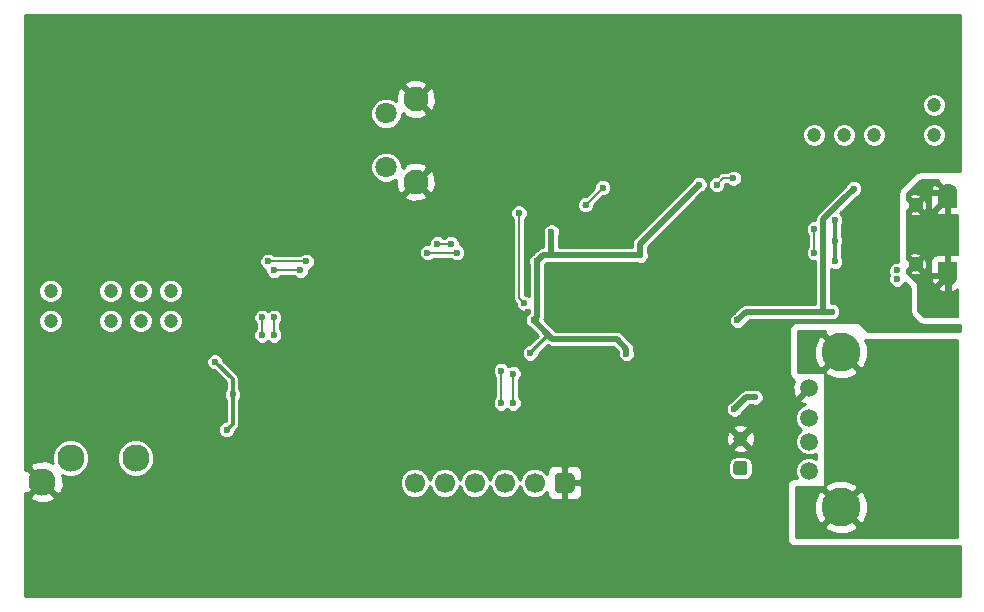
<source format=gbl>
G04 #@! TF.GenerationSoftware,KiCad,Pcbnew,(5.0.0)*
G04 #@! TF.CreationDate,2018-08-15T22:02:27-04:00*
G04 #@! TF.ProjectId,scope-footswitch,73636F70652D666F6F74737769746368,1*
G04 #@! TF.SameCoordinates,Original*
G04 #@! TF.FileFunction,Copper,L2,Bot,Signal*
G04 #@! TF.FilePolarity,Positive*
%FSLAX46Y46*%
G04 Gerber Fmt 4.6, Leading zero omitted, Abs format (unit mm)*
G04 Created by KiCad (PCBNEW (5.0.0)) date 08/15/18 22:02:27*
%MOMM*%
%LPD*%
G01*
G04 APERTURE LIST*
G04 #@! TA.AperFunction,ComponentPad*
%ADD10C,2.300000*%
G04 #@! TD*
G04 #@! TA.AperFunction,ComponentPad*
%ADD11C,1.700000*%
G04 #@! TD*
G04 #@! TA.AperFunction,Conductor*
%ADD12C,0.100000*%
G04 #@! TD*
G04 #@! TA.AperFunction,ComponentPad*
%ADD13C,1.500000*%
G04 #@! TD*
G04 #@! TA.AperFunction,ComponentPad*
%ADD14C,3.300000*%
G04 #@! TD*
G04 #@! TA.AperFunction,ComponentPad*
%ADD15C,1.200000*%
G04 #@! TD*
G04 #@! TA.AperFunction,ComponentPad*
%ADD16C,1.600000*%
G04 #@! TD*
G04 #@! TA.AperFunction,ComponentPad*
%ADD17C,1.300000*%
G04 #@! TD*
G04 #@! TA.AperFunction,ComponentPad*
%ADD18C,1.800000*%
G04 #@! TD*
G04 #@! TA.AperFunction,ComponentPad*
%ADD19C,2.100000*%
G04 #@! TD*
G04 #@! TA.AperFunction,ViaPad*
%ADD20C,0.600000*%
G04 #@! TD*
G04 #@! TA.AperFunction,Conductor*
%ADD21C,0.300000*%
G04 #@! TD*
G04 #@! TA.AperFunction,Conductor*
%ADD22C,0.500000*%
G04 #@! TD*
G04 #@! TA.AperFunction,Conductor*
%ADD23C,0.160000*%
G04 #@! TD*
G04 #@! TA.AperFunction,Conductor*
%ADD24C,0.600000*%
G04 #@! TD*
G04 #@! TA.AperFunction,Conductor*
%ADD25C,0.254000*%
G04 #@! TD*
G04 APERTURE END LIST*
D10*
G04 #@! TO.P,J1,3*
G04 #@! TO.N,Net-(J1-Pad3)*
X118400000Y-107100000D03*
G04 #@! TO.P,J1,2*
G04 #@! TO.N,Net-(J1-Pad2)*
X112900000Y-107100000D03*
G04 #@! TO.P,J1,1*
G04 #@! TO.N,GND*
X110500000Y-109100000D03*
G04 #@! TD*
D11*
G04 #@! TO.P,P1,6*
G04 #@! TO.N,Net-(P1-Pad6)*
X142020000Y-109200000D03*
G04 #@! TO.P,P1,5*
G04 #@! TO.N,/UART_TX*
X144560000Y-109200000D03*
G04 #@! TO.P,P1,4*
G04 #@! TO.N,/UART_RX*
X147100000Y-109200000D03*
G04 #@! TO.P,P1,3*
G04 #@! TO.N,Net-(P1-Pad3)*
X149640000Y-109200000D03*
G04 #@! TO.P,P1,2*
G04 #@! TO.N,Net-(P1-Pad2)*
X152180000Y-109200000D03*
D12*
G04 #@! TD*
G04 #@! TO.N,GND*
G04 #@! TO.C,P1*
G36*
X155186657Y-108352046D02*
X155227913Y-108358166D01*
X155268371Y-108368300D01*
X155307640Y-108382351D01*
X155345344Y-108400183D01*
X155381117Y-108421625D01*
X155414617Y-108446471D01*
X155445520Y-108474480D01*
X155473529Y-108505383D01*
X155498375Y-108538883D01*
X155519817Y-108574656D01*
X155537649Y-108612360D01*
X155551700Y-108651629D01*
X155561834Y-108692087D01*
X155567954Y-108733343D01*
X155570000Y-108775000D01*
X155570000Y-109625000D01*
X155567954Y-109666657D01*
X155561834Y-109707913D01*
X155551700Y-109748371D01*
X155537649Y-109787640D01*
X155519817Y-109825344D01*
X155498375Y-109861117D01*
X155473529Y-109894617D01*
X155445520Y-109925520D01*
X155414617Y-109953529D01*
X155381117Y-109978375D01*
X155345344Y-109999817D01*
X155307640Y-110017649D01*
X155268371Y-110031700D01*
X155227913Y-110041834D01*
X155186657Y-110047954D01*
X155145000Y-110050000D01*
X154295000Y-110050000D01*
X154253343Y-110047954D01*
X154212087Y-110041834D01*
X154171629Y-110031700D01*
X154132360Y-110017649D01*
X154094656Y-109999817D01*
X154058883Y-109978375D01*
X154025383Y-109953529D01*
X153994480Y-109925520D01*
X153966471Y-109894617D01*
X153941625Y-109861117D01*
X153920183Y-109825344D01*
X153902351Y-109787640D01*
X153888300Y-109748371D01*
X153878166Y-109707913D01*
X153872046Y-109666657D01*
X153870000Y-109625000D01*
X153870000Y-108775000D01*
X153872046Y-108733343D01*
X153878166Y-108692087D01*
X153888300Y-108651629D01*
X153902351Y-108612360D01*
X153920183Y-108574656D01*
X153941625Y-108538883D01*
X153966471Y-108505383D01*
X153994480Y-108474480D01*
X154025383Y-108446471D01*
X154058883Y-108421625D01*
X154094656Y-108400183D01*
X154132360Y-108382351D01*
X154171629Y-108368300D01*
X154212087Y-108358166D01*
X154253343Y-108352046D01*
X154295000Y-108350000D01*
X155145000Y-108350000D01*
X155186657Y-108352046D01*
X155186657Y-108352046D01*
G37*
D11*
G04 #@! TO.P,P1,1*
G04 #@! TO.N,GND*
X154720000Y-109200000D03*
G04 #@! TD*
D13*
G04 #@! TO.P,J2,1*
G04 #@! TO.N,/HOST_VBUS*
X175390000Y-108200000D03*
G04 #@! TO.P,J2,2*
G04 #@! TO.N,/HOST_DM*
X175390000Y-105700000D03*
G04 #@! TO.P,J2,3*
G04 #@! TO.N,/HOST_DP*
X175390000Y-103700000D03*
G04 #@! TO.P,J2,4*
G04 #@! TO.N,GND*
X175390000Y-101200000D03*
D14*
G04 #@! TO.P,J2,M1*
G04 #@! TO.N,/HOST_SHIELD*
X178100000Y-111270000D03*
G04 #@! TO.P,J2,M2*
X178100000Y-98130000D03*
G04 #@! TD*
D12*
G04 #@! TO.N,/HOST_VBUS*
G04 #@! TO.C,C24*
G36*
X169929405Y-107351445D02*
X169958527Y-107355764D01*
X169987085Y-107362918D01*
X170014805Y-107372836D01*
X170041419Y-107385424D01*
X170066671Y-107400559D01*
X170090318Y-107418097D01*
X170112132Y-107437868D01*
X170131903Y-107459682D01*
X170149441Y-107483329D01*
X170164576Y-107508581D01*
X170177164Y-107535195D01*
X170187082Y-107562915D01*
X170194236Y-107591473D01*
X170198555Y-107620595D01*
X170200000Y-107650000D01*
X170200000Y-108250000D01*
X170198555Y-108279405D01*
X170194236Y-108308527D01*
X170187082Y-108337085D01*
X170177164Y-108364805D01*
X170164576Y-108391419D01*
X170149441Y-108416671D01*
X170131903Y-108440318D01*
X170112132Y-108462132D01*
X170090318Y-108481903D01*
X170066671Y-108499441D01*
X170041419Y-108514576D01*
X170014805Y-108527164D01*
X169987085Y-108537082D01*
X169958527Y-108544236D01*
X169929405Y-108548555D01*
X169900000Y-108550000D01*
X169300000Y-108550000D01*
X169270595Y-108548555D01*
X169241473Y-108544236D01*
X169212915Y-108537082D01*
X169185195Y-108527164D01*
X169158581Y-108514576D01*
X169133329Y-108499441D01*
X169109682Y-108481903D01*
X169087868Y-108462132D01*
X169068097Y-108440318D01*
X169050559Y-108416671D01*
X169035424Y-108391419D01*
X169022836Y-108364805D01*
X169012918Y-108337085D01*
X169005764Y-108308527D01*
X169001445Y-108279405D01*
X169000000Y-108250000D01*
X169000000Y-107650000D01*
X169001445Y-107620595D01*
X169005764Y-107591473D01*
X169012918Y-107562915D01*
X169022836Y-107535195D01*
X169035424Y-107508581D01*
X169050559Y-107483329D01*
X169068097Y-107459682D01*
X169087868Y-107437868D01*
X169109682Y-107418097D01*
X169133329Y-107400559D01*
X169158581Y-107385424D01*
X169185195Y-107372836D01*
X169212915Y-107362918D01*
X169241473Y-107355764D01*
X169270595Y-107351445D01*
X169300000Y-107350000D01*
X169900000Y-107350000D01*
X169929405Y-107351445D01*
X169929405Y-107351445D01*
G37*
D15*
G04 #@! TD*
G04 #@! TO.P,C24,+*
G04 #@! TO.N,/HOST_VBUS*
X169600000Y-107950000D03*
G04 #@! TO.P,C24,-*
G04 #@! TO.N,GND*
X169600000Y-105450000D03*
G04 #@! TD*
D16*
G04 #@! TO.P,J3,M1*
G04 #@! TO.N,/DEVICE_SHIELD*
X187159000Y-91700000D03*
D12*
G04 #@! TD*
G04 #@! TO.N,/DEVICE_SHIELD*
G04 #@! TO.C,J3*
G36*
X187959000Y-90500000D02*
X187959000Y-91700000D01*
X187958036Y-91700000D01*
X187958036Y-91739254D01*
X187950341Y-91817384D01*
X187935025Y-91894384D01*
X187912235Y-91969512D01*
X187882191Y-92042044D01*
X187845183Y-92111282D01*
X187801566Y-92176559D01*
X187751761Y-92237247D01*
X187696247Y-92292761D01*
X187635559Y-92342566D01*
X187570282Y-92386183D01*
X187501044Y-92423191D01*
X187428512Y-92453235D01*
X187353384Y-92476025D01*
X187276384Y-92491341D01*
X187198254Y-92499036D01*
X187119746Y-92499036D01*
X187041616Y-92491341D01*
X186964616Y-92476025D01*
X186889488Y-92453235D01*
X186816956Y-92423191D01*
X186747718Y-92386183D01*
X186682441Y-92342566D01*
X186621753Y-92292761D01*
X186566239Y-92237247D01*
X186516434Y-92176559D01*
X186472817Y-92111282D01*
X186435809Y-92042044D01*
X186405765Y-91969512D01*
X186382975Y-91894384D01*
X186367659Y-91817384D01*
X186359964Y-91739254D01*
X186359964Y-91700000D01*
X186359000Y-91700000D01*
X186359000Y-90500000D01*
X187959000Y-90500000D01*
X187959000Y-90500000D01*
G37*
D17*
G04 #@! TO.P,J3,M3*
G04 #@! TO.N,/DEVICE_SHIELD*
X184459000Y-90700000D03*
G04 #@! TO.P,J3,M4*
X184459000Y-85700000D03*
D16*
G04 #@! TO.P,J3,M2*
X187159000Y-84700000D03*
D12*
G04 #@! TD*
G04 #@! TO.N,/DEVICE_SHIELD*
G04 #@! TO.C,J3*
G36*
X186359000Y-85900000D02*
X186359000Y-84700000D01*
X186359964Y-84700000D01*
X186359964Y-84660746D01*
X186367659Y-84582616D01*
X186382975Y-84505616D01*
X186405765Y-84430488D01*
X186435809Y-84357956D01*
X186472817Y-84288718D01*
X186516434Y-84223441D01*
X186566239Y-84162753D01*
X186621753Y-84107239D01*
X186682441Y-84057434D01*
X186747718Y-84013817D01*
X186816956Y-83976809D01*
X186889488Y-83946765D01*
X186964616Y-83923975D01*
X187041616Y-83908659D01*
X187119746Y-83900964D01*
X187198254Y-83900964D01*
X187276384Y-83908659D01*
X187353384Y-83923975D01*
X187428512Y-83946765D01*
X187501044Y-83976809D01*
X187570282Y-84013817D01*
X187635559Y-84057434D01*
X187696247Y-84107239D01*
X187751761Y-84162753D01*
X187801566Y-84223441D01*
X187845183Y-84288718D01*
X187882191Y-84357956D01*
X187912235Y-84430488D01*
X187935025Y-84505616D01*
X187950341Y-84582616D01*
X187958036Y-84660746D01*
X187958036Y-84700000D01*
X187959000Y-84700000D01*
X187959000Y-85900000D01*
X186359000Y-85900000D01*
X186359000Y-85900000D01*
G37*
D15*
G04 #@! TO.P,SW3,1*
G04 #@! TO.N,Net-(SW3-Pad1)*
X121360000Y-95470000D03*
G04 #@! TO.P,SW3,2*
G04 #@! TO.N,+3V3*
X118820000Y-95470000D03*
G04 #@! TO.P,SW3,3*
G04 #@! TO.N,/MODE_R*
X116280000Y-95470000D03*
G04 #@! TO.P,SW3,4*
G04 #@! TO.N,Net-(R29-Pad1)*
X121360000Y-92930000D03*
G04 #@! TO.P,SW3,5*
G04 #@! TO.N,+3V3*
X118820000Y-92930000D03*
G04 #@! TO.P,SW3,6*
G04 #@! TO.N,Net-(R31-Pad1)*
X116280000Y-92930000D03*
G04 #@! TO.P,SW3,M1*
G04 #@! TO.N,Net-(SW3-PadM1)*
X111200000Y-95470000D03*
G04 #@! TO.P,SW3,M2*
G04 #@! TO.N,Net-(SW3-PadM2)*
X111200000Y-92930000D03*
G04 #@! TD*
G04 #@! TO.P,SW1,4*
G04 #@! TO.N,/EN_DEVICE_5V*
X175840000Y-79740000D03*
G04 #@! TO.P,SW1,5*
G04 #@! TO.N,VBUS*
X178380000Y-79740000D03*
G04 #@! TO.P,SW1,6*
G04 #@! TO.N,/EN_HOST_5V*
X180920000Y-79740000D03*
G04 #@! TO.P,SW1,M1*
G04 #@! TO.N,Net-(SW1-PadM1)*
X186000000Y-77200000D03*
G04 #@! TO.P,SW1,M2*
G04 #@! TO.N,Net-(SW1-PadM2)*
X186000000Y-79740000D03*
G04 #@! TD*
D18*
G04 #@! TO.P,SW2,1*
G04 #@! TO.N,+3V3*
X139600000Y-77925000D03*
G04 #@! TO.P,SW2,2*
G04 #@! TO.N,/BTN_R*
X139600000Y-82475000D03*
D19*
G04 #@! TO.P,SW2,M1*
G04 #@! TO.N,GND*
X142100000Y-76700000D03*
G04 #@! TO.P,SW2,M2*
X142100000Y-83700000D03*
G04 #@! TD*
D20*
G04 #@! TO.N,GND*
X109500000Y-72600000D03*
G04 #@! TO.N,+3V3*
X161100000Y-89950000D03*
X166100000Y-83950000D03*
X126600000Y-101700000D03*
X125100000Y-98950000D03*
X126100000Y-104700000D03*
X152100000Y-95410000D03*
X152350000Y-90450000D03*
X153600000Y-87950000D03*
X151800000Y-98200000D03*
X159950000Y-98250000D03*
G04 #@! TO.N,GND*
X182850000Y-86450000D03*
X172350000Y-91450000D03*
X165350000Y-93950000D03*
X170850000Y-96950000D03*
X166850000Y-87200000D03*
X168100000Y-87200000D03*
X165600000Y-87200000D03*
X184350000Y-95700000D03*
X182350000Y-95700000D03*
X182600000Y-93200000D03*
X175100000Y-93200000D03*
X182543664Y-88643664D03*
X172850000Y-83700000D03*
X165100000Y-79200000D03*
X129850000Y-83450000D03*
X127850000Y-79700000D03*
X163600000Y-103950000D03*
X163600000Y-76200000D03*
X162850000Y-82450000D03*
X161350000Y-91410000D03*
X155100000Y-75700000D03*
X153850000Y-75700000D03*
X151350000Y-75700000D03*
X133600000Y-83810000D03*
X132350000Y-83810000D03*
X136350000Y-95950000D03*
X129850000Y-88950000D03*
X127850000Y-88950000D03*
X143850000Y-95200000D03*
X123600000Y-76950000D03*
X161350000Y-109450000D03*
X121600000Y-101700000D03*
X129600000Y-104950000D03*
X129600000Y-98200000D03*
X119200000Y-84700000D03*
X121600000Y-87200000D03*
X113350000Y-84700000D03*
X147350000Y-89700000D03*
X145600000Y-88200000D03*
X151600000Y-94700000D03*
X154850000Y-87950000D03*
X152100000Y-88450000D03*
X159100000Y-98300000D03*
X160450000Y-101700000D03*
X164600000Y-91200000D03*
X168150000Y-98850000D03*
X142100000Y-89500000D03*
X147050000Y-84700000D03*
X181000000Y-86200000D03*
X171150000Y-111650000D03*
X171150000Y-112750000D03*
X153950000Y-85650000D03*
X180750000Y-85000000D03*
X180759235Y-83759363D03*
X121850000Y-98950000D03*
X149640000Y-94700000D03*
X124100000Y-88700000D03*
X157800000Y-92750000D03*
X155900000Y-94650000D03*
X157800000Y-94650000D03*
X155900000Y-92750000D03*
X109500000Y-115600000D03*
X112000000Y-115600000D03*
X114500000Y-115600000D03*
X117000000Y-115600000D03*
X119500000Y-115600000D03*
X122000000Y-115600000D03*
X124500000Y-115600000D03*
X127000000Y-115600000D03*
X129500000Y-115600000D03*
X132000000Y-115600000D03*
X134500000Y-115600000D03*
X137000000Y-115600000D03*
X139500000Y-115600000D03*
X142000000Y-115600000D03*
X144500000Y-115600000D03*
X147000000Y-115600000D03*
X149500000Y-115600000D03*
X152000000Y-115600000D03*
X154500000Y-115600000D03*
X157000000Y-115600000D03*
X159500000Y-115600000D03*
X162000000Y-115600000D03*
X164500000Y-115600000D03*
X167000000Y-115600000D03*
X169500000Y-115600000D03*
X172000000Y-115600000D03*
X174500000Y-115600000D03*
X177000000Y-115600000D03*
X179500000Y-115600000D03*
X182000000Y-115600000D03*
X184500000Y-115600000D03*
X187000000Y-115600000D03*
X112000000Y-72600000D03*
X114500000Y-72600000D03*
X117000000Y-72600000D03*
X119500000Y-72600000D03*
X122000000Y-72600000D03*
X124500000Y-72600000D03*
X127000000Y-72600000D03*
X129500000Y-72600000D03*
X132000000Y-72600000D03*
X134500000Y-72600000D03*
X137000000Y-72600000D03*
X139500000Y-72600000D03*
X142000000Y-72600000D03*
X144500000Y-72600000D03*
X147000000Y-72600000D03*
X149500000Y-72600000D03*
X152000000Y-72600000D03*
X154500000Y-72600000D03*
X157000000Y-72600000D03*
X159500000Y-72600000D03*
X162000000Y-72600000D03*
X164500000Y-72600000D03*
X167000000Y-72600000D03*
X169500000Y-72600000D03*
X172000000Y-72600000D03*
X174500000Y-72600000D03*
X177000000Y-72600000D03*
X179500000Y-72600000D03*
X182000000Y-72600000D03*
X184500000Y-72600000D03*
X187000000Y-72600000D03*
G04 #@! TO.N,VBUS*
X177600000Y-88700000D03*
X182850000Y-91200000D03*
X182850000Y-91950000D03*
X177600000Y-90450000D03*
X177600000Y-86950000D03*
G04 #@! TO.N,/HOST_VBUS*
X170850000Y-101950000D03*
X169100000Y-102950000D03*
G04 #@! TO.N,/EN_DEVICE*
X156500000Y-85650000D03*
X157950000Y-84200000D03*
X169000000Y-83400000D03*
X167600000Y-83950000D03*
G04 #@! TO.N,/NRST*
X150850000Y-86339990D03*
X151300000Y-93990000D03*
G04 #@! TO.N,+5V*
X177350000Y-94700000D03*
X176600000Y-94700000D03*
X169350000Y-95450000D03*
X179200000Y-84300000D03*
G04 #@! TO.N,/LED_DATA_LS*
X132350000Y-91200000D03*
X130100000Y-91200000D03*
G04 #@! TO.N,/I2C_SCL*
X145100000Y-88950000D03*
X143950000Y-88950000D03*
G04 #@! TO.N,/I2C_SDA*
X145600000Y-89700000D03*
X143100000Y-89700000D03*
G04 #@! TO.N,/MODE*
X129600000Y-90450000D03*
X132850000Y-90450000D03*
G04 #@! TO.N,/MODE_LED_R*
X130100000Y-96700000D03*
X130100000Y-95200000D03*
G04 #@! TO.N,/UART_RX*
X150350000Y-99950000D03*
X150350000Y-102450000D03*
G04 #@! TO.N,/MODE_LED_G*
X129100000Y-96700000D03*
X129100000Y-95200000D03*
G04 #@! TO.N,/UART_TX*
X149350000Y-102450000D03*
X149350000Y-99700000D03*
G04 #@! TO.N,/PWR_EN*
X175850000Y-87700000D03*
X175850000Y-89700000D03*
G04 #@! TD*
D21*
G04 #@! TO.N,+3V3*
X126600000Y-100450000D02*
X125100000Y-98950000D01*
X126600000Y-101700000D02*
X126600000Y-100450000D01*
X126600000Y-104200000D02*
X126600000Y-101700000D01*
X126100000Y-104700000D02*
X126600000Y-104200000D01*
D22*
X166100000Y-83950000D02*
X161100000Y-88950000D01*
X161100000Y-88950000D02*
X161100000Y-89450000D01*
X161100000Y-89450000D02*
X161100000Y-89950000D01*
X152850000Y-89950000D02*
X152350000Y-90450000D01*
X153600000Y-87950000D02*
X153600000Y-89950000D01*
X161100000Y-89950000D02*
X153600000Y-89950000D01*
X153600000Y-89950000D02*
X152850000Y-89950000D01*
D21*
X153600000Y-97000000D02*
X153690000Y-97000000D01*
D22*
X159124264Y-97000000D02*
X153690000Y-97000000D01*
X159950000Y-97825736D02*
X159124264Y-97000000D01*
X159950000Y-98250000D02*
X159950000Y-97825736D01*
X152350000Y-95160000D02*
X152100000Y-95410000D01*
X152350000Y-90450000D02*
X152350000Y-95160000D01*
D21*
X153340000Y-96660000D02*
X153350000Y-96660000D01*
X151800000Y-98200000D02*
X153340000Y-96660000D01*
D22*
X153690000Y-97000000D02*
X153350000Y-96660000D01*
X153350000Y-96660000D02*
X152100000Y-95410000D01*
D21*
G04 #@! TO.N,VBUS*
X177600000Y-88700000D02*
X177600000Y-90450000D01*
X177600000Y-86950000D02*
X177600000Y-88700000D01*
D22*
G04 #@! TO.N,/HOST_VBUS*
X170850000Y-101950000D02*
X170100000Y-101950000D01*
X170100000Y-101950000D02*
X169100000Y-102950000D01*
D23*
G04 #@! TO.N,/EN_DEVICE*
X156260000Y-85650000D02*
X156250000Y-85660000D01*
X156500000Y-85650000D02*
X157950000Y-84200000D01*
X168150000Y-83400000D02*
X167600000Y-83950000D01*
X169000000Y-83400000D02*
X168150000Y-83400000D01*
G04 #@! TO.N,/NRST*
X150850000Y-86450000D02*
X150850000Y-86339990D01*
X150850000Y-93540000D02*
X150850000Y-90700000D01*
X151300000Y-93990000D02*
X150850000Y-93540000D01*
X150850000Y-92740000D02*
X150850000Y-90700000D01*
X150850000Y-90700000D02*
X150850000Y-86450000D01*
D22*
G04 #@! TO.N,+5V*
X177350000Y-94700000D02*
X170100000Y-94700000D01*
X170100000Y-94700000D02*
X169350000Y-95450000D01*
X178299198Y-85200000D02*
X179200000Y-84300000D01*
X176600000Y-94700000D02*
X176600000Y-86899198D01*
X176600000Y-86899198D02*
X178299198Y-85200000D01*
D23*
G04 #@! TO.N,/LED_DATA_LS*
X132350000Y-91200000D02*
X130100000Y-91200000D01*
G04 #@! TO.N,/I2C_SCL*
X145100000Y-88950000D02*
X143950000Y-88950000D01*
G04 #@! TO.N,/I2C_SDA*
X145600000Y-89700000D02*
X143100000Y-89700000D01*
G04 #@! TO.N,/MODE*
X130850000Y-90450000D02*
X132600000Y-90450000D01*
X130850000Y-90450000D02*
X129600000Y-90450000D01*
G04 #@! TO.N,/MODE_LED_R*
X130100000Y-96700000D02*
X130100000Y-95200000D01*
G04 #@! TO.N,/UART_RX*
X150350000Y-102450000D02*
X150350000Y-99950000D01*
G04 #@! TO.N,/MODE_LED_G*
X129100000Y-96700000D02*
X129100000Y-95200000D01*
G04 #@! TO.N,/UART_TX*
X149350000Y-102450000D02*
X149350000Y-99700000D01*
G04 #@! TO.N,/PWR_EN*
X175850000Y-89700000D02*
X175850000Y-87700000D01*
D22*
G04 #@! TO.N,/DEVICE_SHIELD*
X187159000Y-91700000D02*
X187159000Y-84700000D01*
D24*
X187159000Y-91700000D02*
X187159000Y-93891000D01*
D22*
X187159000Y-91700000D02*
X185909000Y-92950000D01*
X187159000Y-91700000D02*
X185600000Y-91700000D01*
X187159000Y-84700000D02*
X186159000Y-83700000D01*
X187159000Y-84700000D02*
X185350000Y-84700000D01*
X186600000Y-85700000D02*
X185350000Y-86950000D01*
D23*
X187159000Y-84700000D02*
X186850000Y-85450000D01*
X186850000Y-85450000D02*
X186600000Y-85700000D01*
G04 #@! TD*
D25*
G04 #@! TO.N,/HOST_SHIELD*
G36*
X176657291Y-96507686D02*
X178100000Y-97950395D01*
X178114143Y-97936253D01*
X178293748Y-98115858D01*
X178279605Y-98130000D01*
X179722314Y-99572709D01*
X180056666Y-99394621D01*
X180391673Y-98549574D01*
X180377794Y-97640650D01*
X180144322Y-97077000D01*
X187964500Y-97077000D01*
X187964500Y-113823000D01*
X174267970Y-113823000D01*
X174267970Y-112892314D01*
X176657291Y-112892314D01*
X176835379Y-113226666D01*
X177680426Y-113561673D01*
X178589350Y-113547794D01*
X179364621Y-113226666D01*
X179542709Y-112892314D01*
X178100000Y-111449605D01*
X176657291Y-112892314D01*
X174267970Y-112892314D01*
X174267970Y-110850426D01*
X175808327Y-110850426D01*
X175822206Y-111759350D01*
X176143334Y-112534621D01*
X176477686Y-112712709D01*
X177920395Y-111270000D01*
X178279605Y-111270000D01*
X179722314Y-112712709D01*
X180056666Y-112534621D01*
X180391673Y-111689574D01*
X180377794Y-110780650D01*
X180056666Y-110005379D01*
X179722314Y-109827291D01*
X178279605Y-111270000D01*
X177920395Y-111270000D01*
X176477686Y-109827291D01*
X176143334Y-110005379D01*
X175808327Y-110850426D01*
X174267970Y-110850426D01*
X174267970Y-109647686D01*
X176657291Y-109647686D01*
X178100000Y-111090395D01*
X179542709Y-109647686D01*
X179364621Y-109313334D01*
X178519574Y-108978327D01*
X177610650Y-108992206D01*
X176835379Y-109313334D01*
X176657291Y-109647686D01*
X174267970Y-109647686D01*
X174267970Y-109577000D01*
X175095192Y-109577000D01*
X175114506Y-109585000D01*
X175665494Y-109585000D01*
X175684808Y-109577000D01*
X176600000Y-109577000D01*
X176648601Y-109567333D01*
X176689803Y-109539803D01*
X176717333Y-109498601D01*
X176727000Y-109450000D01*
X176727000Y-108591377D01*
X176775000Y-108475494D01*
X176775000Y-107924506D01*
X176727000Y-107808623D01*
X176727000Y-106091377D01*
X176775000Y-105975494D01*
X176775000Y-105424506D01*
X176727000Y-105308623D01*
X176727000Y-104091377D01*
X176775000Y-103975494D01*
X176775000Y-103424506D01*
X176727000Y-103308623D01*
X176727000Y-101591377D01*
X176775000Y-101475494D01*
X176775000Y-100924506D01*
X176727000Y-100808623D01*
X176727000Y-99950000D01*
X176717333Y-99901399D01*
X176689803Y-99860197D01*
X176648601Y-99832667D01*
X176600000Y-99823000D01*
X175684808Y-99823000D01*
X175665494Y-99815000D01*
X175114506Y-99815000D01*
X175095192Y-99823000D01*
X174517970Y-99823000D01*
X174517970Y-99752314D01*
X176657291Y-99752314D01*
X176835379Y-100086666D01*
X177680426Y-100421673D01*
X178589350Y-100407794D01*
X179364621Y-100086666D01*
X179542709Y-99752314D01*
X178100000Y-98309605D01*
X176657291Y-99752314D01*
X174517970Y-99752314D01*
X174517970Y-97710426D01*
X175808327Y-97710426D01*
X175822206Y-98619350D01*
X176143334Y-99394621D01*
X176477686Y-99572709D01*
X177920395Y-98130000D01*
X176477686Y-96687291D01*
X176143334Y-96865379D01*
X175808327Y-97710426D01*
X174517970Y-97710426D01*
X174517970Y-96327000D01*
X176753531Y-96327000D01*
X176657291Y-96507686D01*
X176657291Y-96507686D01*
G37*
X176657291Y-96507686D02*
X178100000Y-97950395D01*
X178114143Y-97936253D01*
X178293748Y-98115858D01*
X178279605Y-98130000D01*
X179722314Y-99572709D01*
X180056666Y-99394621D01*
X180391673Y-98549574D01*
X180377794Y-97640650D01*
X180144322Y-97077000D01*
X187964500Y-97077000D01*
X187964500Y-113823000D01*
X174267970Y-113823000D01*
X174267970Y-112892314D01*
X176657291Y-112892314D01*
X176835379Y-113226666D01*
X177680426Y-113561673D01*
X178589350Y-113547794D01*
X179364621Y-113226666D01*
X179542709Y-112892314D01*
X178100000Y-111449605D01*
X176657291Y-112892314D01*
X174267970Y-112892314D01*
X174267970Y-110850426D01*
X175808327Y-110850426D01*
X175822206Y-111759350D01*
X176143334Y-112534621D01*
X176477686Y-112712709D01*
X177920395Y-111270000D01*
X178279605Y-111270000D01*
X179722314Y-112712709D01*
X180056666Y-112534621D01*
X180391673Y-111689574D01*
X180377794Y-110780650D01*
X180056666Y-110005379D01*
X179722314Y-109827291D01*
X178279605Y-111270000D01*
X177920395Y-111270000D01*
X176477686Y-109827291D01*
X176143334Y-110005379D01*
X175808327Y-110850426D01*
X174267970Y-110850426D01*
X174267970Y-109647686D01*
X176657291Y-109647686D01*
X178100000Y-111090395D01*
X179542709Y-109647686D01*
X179364621Y-109313334D01*
X178519574Y-108978327D01*
X177610650Y-108992206D01*
X176835379Y-109313334D01*
X176657291Y-109647686D01*
X174267970Y-109647686D01*
X174267970Y-109577000D01*
X175095192Y-109577000D01*
X175114506Y-109585000D01*
X175665494Y-109585000D01*
X175684808Y-109577000D01*
X176600000Y-109577000D01*
X176648601Y-109567333D01*
X176689803Y-109539803D01*
X176717333Y-109498601D01*
X176727000Y-109450000D01*
X176727000Y-108591377D01*
X176775000Y-108475494D01*
X176775000Y-107924506D01*
X176727000Y-107808623D01*
X176727000Y-106091377D01*
X176775000Y-105975494D01*
X176775000Y-105424506D01*
X176727000Y-105308623D01*
X176727000Y-104091377D01*
X176775000Y-103975494D01*
X176775000Y-103424506D01*
X176727000Y-103308623D01*
X176727000Y-101591377D01*
X176775000Y-101475494D01*
X176775000Y-100924506D01*
X176727000Y-100808623D01*
X176727000Y-99950000D01*
X176717333Y-99901399D01*
X176689803Y-99860197D01*
X176648601Y-99832667D01*
X176600000Y-99823000D01*
X175684808Y-99823000D01*
X175665494Y-99815000D01*
X175114506Y-99815000D01*
X175095192Y-99823000D01*
X174517970Y-99823000D01*
X174517970Y-99752314D01*
X176657291Y-99752314D01*
X176835379Y-100086666D01*
X177680426Y-100421673D01*
X178589350Y-100407794D01*
X179364621Y-100086666D01*
X179542709Y-99752314D01*
X178100000Y-98309605D01*
X176657291Y-99752314D01*
X174517970Y-99752314D01*
X174517970Y-97710426D01*
X175808327Y-97710426D01*
X175822206Y-98619350D01*
X176143334Y-99394621D01*
X176477686Y-99572709D01*
X177920395Y-98130000D01*
X176477686Y-96687291D01*
X176143334Y-96865379D01*
X175808327Y-97710426D01*
X174517970Y-97710426D01*
X174517970Y-96327000D01*
X176753531Y-96327000D01*
X176657291Y-96507686D01*
D23*
G04 #@! TO.N,/DEVICE_SHIELD*
G36*
X186323230Y-83590322D02*
X186233694Y-83663801D01*
X186122801Y-83774694D01*
X186049322Y-83864230D01*
X185962193Y-83994628D01*
X185907593Y-84096776D01*
X185847578Y-84241665D01*
X185813956Y-84352502D01*
X185783360Y-84506316D01*
X185772007Y-84621586D01*
X185772007Y-84660890D01*
X185768155Y-84700000D01*
X185768155Y-85900000D01*
X185779508Y-86015268D01*
X185813130Y-86126107D01*
X185867730Y-86228256D01*
X185941209Y-86317791D01*
X186030744Y-86391270D01*
X186132893Y-86445870D01*
X186243732Y-86479492D01*
X186359000Y-86490845D01*
X187959000Y-86490845D01*
X188011501Y-86485674D01*
X188011501Y-89914326D01*
X187959000Y-89909155D01*
X186359000Y-89909155D01*
X186243732Y-89920508D01*
X186132893Y-89954130D01*
X186030744Y-90008730D01*
X185941209Y-90082209D01*
X185867730Y-90171744D01*
X185813130Y-90273893D01*
X185779508Y-90384732D01*
X185768155Y-90500000D01*
X185768155Y-91700000D01*
X185772007Y-91739110D01*
X185772007Y-91778414D01*
X185783360Y-91893684D01*
X185813956Y-92047498D01*
X185847578Y-92158335D01*
X185907593Y-92303224D01*
X185962193Y-92405372D01*
X186049322Y-92535770D01*
X186122801Y-92625306D01*
X186233694Y-92736199D01*
X186323230Y-92809678D01*
X186453628Y-92896807D01*
X186555776Y-92951407D01*
X186700665Y-93011422D01*
X186811502Y-93045044D01*
X186965316Y-93075640D01*
X187080586Y-93086993D01*
X187237414Y-93086993D01*
X187352684Y-93075640D01*
X187506498Y-93045044D01*
X187617335Y-93011422D01*
X187762224Y-92951407D01*
X187864372Y-92896807D01*
X187994770Y-92809678D01*
X188011501Y-92795948D01*
X188011501Y-95120000D01*
X185133138Y-95120000D01*
X184680000Y-94666862D01*
X184680000Y-92450000D01*
X184678463Y-92434393D01*
X184673910Y-92419385D01*
X184666518Y-92405554D01*
X184656569Y-92393431D01*
X183706908Y-91443770D01*
X183711274Y-91421820D01*
X183983253Y-91421820D01*
X184060089Y-91545080D01*
X184232621Y-91606665D01*
X184413853Y-91633408D01*
X184596819Y-91624280D01*
X184774489Y-91579633D01*
X184857911Y-91545080D01*
X184934747Y-91421820D01*
X184459000Y-90946073D01*
X183983253Y-91421820D01*
X183711274Y-91421820D01*
X183738000Y-91287460D01*
X183738000Y-91174927D01*
X184212927Y-90700000D01*
X184705073Y-90700000D01*
X185180820Y-91175747D01*
X185304080Y-91098911D01*
X185365665Y-90926379D01*
X185392408Y-90745147D01*
X185383280Y-90562181D01*
X185338633Y-90384511D01*
X185304080Y-90301089D01*
X185180820Y-90224253D01*
X184705073Y-90700000D01*
X184212927Y-90700000D01*
X183737180Y-90224253D01*
X183680000Y-90259897D01*
X183680000Y-89978180D01*
X183983253Y-89978180D01*
X184459000Y-90453927D01*
X184934747Y-89978180D01*
X184857911Y-89854920D01*
X184685379Y-89793335D01*
X184504147Y-89766592D01*
X184321181Y-89775720D01*
X184143511Y-89820367D01*
X184060089Y-89854920D01*
X183983253Y-89978180D01*
X183680000Y-89978180D01*
X183680000Y-86766660D01*
X183703875Y-86709020D01*
X183738000Y-86537460D01*
X183738000Y-86421820D01*
X183983253Y-86421820D01*
X184060089Y-86545080D01*
X184232621Y-86606665D01*
X184413853Y-86633408D01*
X184596819Y-86624280D01*
X184774489Y-86579633D01*
X184857911Y-86545080D01*
X184934747Y-86421820D01*
X184459000Y-85946073D01*
X183983253Y-86421820D01*
X183738000Y-86421820D01*
X183738000Y-86362540D01*
X183703875Y-86190980D01*
X183683776Y-86142457D01*
X183737180Y-86175747D01*
X184212927Y-85700000D01*
X184705073Y-85700000D01*
X185180820Y-86175747D01*
X185304080Y-86098911D01*
X185365665Y-85926379D01*
X185392408Y-85745147D01*
X185383280Y-85562181D01*
X185338633Y-85384511D01*
X185304080Y-85301089D01*
X185180820Y-85224253D01*
X184705073Y-85700000D01*
X184212927Y-85700000D01*
X183737180Y-85224253D01*
X183680000Y-85259897D01*
X183680000Y-84978180D01*
X183983253Y-84978180D01*
X184459000Y-85453927D01*
X184934747Y-84978180D01*
X184857911Y-84854920D01*
X184685379Y-84793335D01*
X184504147Y-84766592D01*
X184321181Y-84775720D01*
X184143511Y-84820367D01*
X184060089Y-84854920D01*
X183983253Y-84978180D01*
X183680000Y-84978180D01*
X183680000Y-84733138D01*
X184883138Y-83530000D01*
X186413508Y-83530000D01*
X186323230Y-83590322D01*
X186323230Y-83590322D01*
G37*
X186323230Y-83590322D02*
X186233694Y-83663801D01*
X186122801Y-83774694D01*
X186049322Y-83864230D01*
X185962193Y-83994628D01*
X185907593Y-84096776D01*
X185847578Y-84241665D01*
X185813956Y-84352502D01*
X185783360Y-84506316D01*
X185772007Y-84621586D01*
X185772007Y-84660890D01*
X185768155Y-84700000D01*
X185768155Y-85900000D01*
X185779508Y-86015268D01*
X185813130Y-86126107D01*
X185867730Y-86228256D01*
X185941209Y-86317791D01*
X186030744Y-86391270D01*
X186132893Y-86445870D01*
X186243732Y-86479492D01*
X186359000Y-86490845D01*
X187959000Y-86490845D01*
X188011501Y-86485674D01*
X188011501Y-89914326D01*
X187959000Y-89909155D01*
X186359000Y-89909155D01*
X186243732Y-89920508D01*
X186132893Y-89954130D01*
X186030744Y-90008730D01*
X185941209Y-90082209D01*
X185867730Y-90171744D01*
X185813130Y-90273893D01*
X185779508Y-90384732D01*
X185768155Y-90500000D01*
X185768155Y-91700000D01*
X185772007Y-91739110D01*
X185772007Y-91778414D01*
X185783360Y-91893684D01*
X185813956Y-92047498D01*
X185847578Y-92158335D01*
X185907593Y-92303224D01*
X185962193Y-92405372D01*
X186049322Y-92535770D01*
X186122801Y-92625306D01*
X186233694Y-92736199D01*
X186323230Y-92809678D01*
X186453628Y-92896807D01*
X186555776Y-92951407D01*
X186700665Y-93011422D01*
X186811502Y-93045044D01*
X186965316Y-93075640D01*
X187080586Y-93086993D01*
X187237414Y-93086993D01*
X187352684Y-93075640D01*
X187506498Y-93045044D01*
X187617335Y-93011422D01*
X187762224Y-92951407D01*
X187864372Y-92896807D01*
X187994770Y-92809678D01*
X188011501Y-92795948D01*
X188011501Y-95120000D01*
X185133138Y-95120000D01*
X184680000Y-94666862D01*
X184680000Y-92450000D01*
X184678463Y-92434393D01*
X184673910Y-92419385D01*
X184666518Y-92405554D01*
X184656569Y-92393431D01*
X183706908Y-91443770D01*
X183711274Y-91421820D01*
X183983253Y-91421820D01*
X184060089Y-91545080D01*
X184232621Y-91606665D01*
X184413853Y-91633408D01*
X184596819Y-91624280D01*
X184774489Y-91579633D01*
X184857911Y-91545080D01*
X184934747Y-91421820D01*
X184459000Y-90946073D01*
X183983253Y-91421820D01*
X183711274Y-91421820D01*
X183738000Y-91287460D01*
X183738000Y-91174927D01*
X184212927Y-90700000D01*
X184705073Y-90700000D01*
X185180820Y-91175747D01*
X185304080Y-91098911D01*
X185365665Y-90926379D01*
X185392408Y-90745147D01*
X185383280Y-90562181D01*
X185338633Y-90384511D01*
X185304080Y-90301089D01*
X185180820Y-90224253D01*
X184705073Y-90700000D01*
X184212927Y-90700000D01*
X183737180Y-90224253D01*
X183680000Y-90259897D01*
X183680000Y-89978180D01*
X183983253Y-89978180D01*
X184459000Y-90453927D01*
X184934747Y-89978180D01*
X184857911Y-89854920D01*
X184685379Y-89793335D01*
X184504147Y-89766592D01*
X184321181Y-89775720D01*
X184143511Y-89820367D01*
X184060089Y-89854920D01*
X183983253Y-89978180D01*
X183680000Y-89978180D01*
X183680000Y-86766660D01*
X183703875Y-86709020D01*
X183738000Y-86537460D01*
X183738000Y-86421820D01*
X183983253Y-86421820D01*
X184060089Y-86545080D01*
X184232621Y-86606665D01*
X184413853Y-86633408D01*
X184596819Y-86624280D01*
X184774489Y-86579633D01*
X184857911Y-86545080D01*
X184934747Y-86421820D01*
X184459000Y-85946073D01*
X183983253Y-86421820D01*
X183738000Y-86421820D01*
X183738000Y-86362540D01*
X183703875Y-86190980D01*
X183683776Y-86142457D01*
X183737180Y-86175747D01*
X184212927Y-85700000D01*
X184705073Y-85700000D01*
X185180820Y-86175747D01*
X185304080Y-86098911D01*
X185365665Y-85926379D01*
X185392408Y-85745147D01*
X185383280Y-85562181D01*
X185338633Y-85384511D01*
X185304080Y-85301089D01*
X185180820Y-85224253D01*
X184705073Y-85700000D01*
X184212927Y-85700000D01*
X183737180Y-85224253D01*
X183680000Y-85259897D01*
X183680000Y-84978180D01*
X183983253Y-84978180D01*
X184459000Y-85453927D01*
X184934747Y-84978180D01*
X184857911Y-84854920D01*
X184685379Y-84793335D01*
X184504147Y-84766592D01*
X184321181Y-84775720D01*
X184143511Y-84820367D01*
X184060089Y-84854920D01*
X183983253Y-84978180D01*
X183680000Y-84978180D01*
X183680000Y-84733138D01*
X184883138Y-83530000D01*
X186413508Y-83530000D01*
X186323230Y-83590322D01*
D25*
G04 #@! TO.N,GND*
G36*
X188172501Y-82815000D02*
X184850000Y-82815000D01*
X184606996Y-82863336D01*
X184400987Y-83000987D01*
X183150987Y-84250987D01*
X183013336Y-84456996D01*
X182965000Y-84700000D01*
X182965000Y-90473000D01*
X182705391Y-90473000D01*
X182438187Y-90583679D01*
X182233679Y-90788187D01*
X182123000Y-91055391D01*
X182123000Y-91344609D01*
X182218431Y-91575000D01*
X182123000Y-91805391D01*
X182123000Y-92094609D01*
X182233679Y-92361813D01*
X182438187Y-92566321D01*
X182705391Y-92677000D01*
X182994609Y-92677000D01*
X183261813Y-92566321D01*
X183466321Y-92361813D01*
X183509513Y-92257539D01*
X183965000Y-92713026D01*
X183965000Y-94700000D01*
X184013336Y-94943004D01*
X184150987Y-95149013D01*
X184650987Y-95649013D01*
X184856996Y-95786664D01*
X185100000Y-95835000D01*
X188172500Y-95835000D01*
X188172500Y-96315000D01*
X180403996Y-96315000D01*
X179839983Y-95750987D01*
X179633974Y-95613336D01*
X179390970Y-95565000D01*
X174390970Y-95565000D01*
X174147966Y-95613336D01*
X173941957Y-95750987D01*
X173804306Y-95956996D01*
X173755970Y-96200000D01*
X173755970Y-99950000D01*
X173804306Y-100193004D01*
X173941957Y-100399013D01*
X174147966Y-100536664D01*
X174155448Y-100538152D01*
X173992799Y-100995171D01*
X174020770Y-101545448D01*
X174177540Y-101923923D01*
X174418483Y-101991912D01*
X175210395Y-101200000D01*
X175196253Y-101185858D01*
X175375858Y-101006253D01*
X175390000Y-101020395D01*
X175404143Y-101006253D01*
X175583748Y-101185858D01*
X175569605Y-101200000D01*
X175583748Y-101214143D01*
X175404143Y-101393748D01*
X175390000Y-101379605D01*
X174598088Y-102171517D01*
X174666077Y-102412460D01*
X175073064Y-102557303D01*
X174723283Y-102702187D01*
X174392187Y-103033283D01*
X174213000Y-103465880D01*
X174213000Y-103934120D01*
X174392187Y-104366717D01*
X174723283Y-104697813D01*
X174728563Y-104700000D01*
X174723283Y-104702187D01*
X174392187Y-105033283D01*
X174213000Y-105465880D01*
X174213000Y-105934120D01*
X174392187Y-106366717D01*
X174723283Y-106697813D01*
X175155880Y-106877000D01*
X175624120Y-106877000D01*
X175965000Y-106735803D01*
X175965000Y-107164197D01*
X175624120Y-107023000D01*
X175155880Y-107023000D01*
X174723283Y-107202187D01*
X174392187Y-107533283D01*
X174213000Y-107965880D01*
X174213000Y-108434120D01*
X174370765Y-108815000D01*
X174140970Y-108815000D01*
X173897966Y-108863336D01*
X173691957Y-109000987D01*
X173554306Y-109206996D01*
X173505970Y-109450000D01*
X173505970Y-113950000D01*
X173554306Y-114193004D01*
X173691957Y-114399013D01*
X173897966Y-114536664D01*
X174140970Y-114585000D01*
X188172500Y-114585000D01*
X188172500Y-118772500D01*
X109027500Y-118772500D01*
X109027500Y-110361025D01*
X109418581Y-110361025D01*
X109535601Y-110643446D01*
X110199663Y-110895018D01*
X110909448Y-110873314D01*
X111464399Y-110643446D01*
X111581419Y-110361025D01*
X110500000Y-109279605D01*
X109418581Y-110361025D01*
X109027500Y-110361025D01*
X109027500Y-110093795D01*
X109238975Y-110181419D01*
X110320395Y-109100000D01*
X109238975Y-108018581D01*
X109027500Y-108106205D01*
X109027500Y-107838975D01*
X109418581Y-107838975D01*
X110500000Y-108920395D01*
X110514142Y-108906252D01*
X110693748Y-109085858D01*
X110679605Y-109100000D01*
X111761025Y-110181419D01*
X112043446Y-110064399D01*
X112295018Y-109400337D01*
X112281125Y-108945989D01*
X140743000Y-108945989D01*
X140743000Y-109454011D01*
X140937412Y-109923362D01*
X141296638Y-110282588D01*
X141765989Y-110477000D01*
X142274011Y-110477000D01*
X142743362Y-110282588D01*
X143102588Y-109923362D01*
X143290000Y-109470910D01*
X143477412Y-109923362D01*
X143836638Y-110282588D01*
X144305989Y-110477000D01*
X144814011Y-110477000D01*
X145283362Y-110282588D01*
X145642588Y-109923362D01*
X145830000Y-109470910D01*
X146017412Y-109923362D01*
X146376638Y-110282588D01*
X146845989Y-110477000D01*
X147354011Y-110477000D01*
X147823362Y-110282588D01*
X148182588Y-109923362D01*
X148370000Y-109470910D01*
X148557412Y-109923362D01*
X148916638Y-110282588D01*
X149385989Y-110477000D01*
X149894011Y-110477000D01*
X150363362Y-110282588D01*
X150722588Y-109923362D01*
X150910000Y-109470910D01*
X151097412Y-109923362D01*
X151456638Y-110282588D01*
X151925989Y-110477000D01*
X152434011Y-110477000D01*
X152903362Y-110282588D01*
X153235000Y-109950950D01*
X153235000Y-110176309D01*
X153331673Y-110409698D01*
X153510301Y-110588327D01*
X153743690Y-110685000D01*
X154434250Y-110685000D01*
X154593000Y-110526250D01*
X154593000Y-109327000D01*
X154847000Y-109327000D01*
X154847000Y-110526250D01*
X155005750Y-110685000D01*
X155696310Y-110685000D01*
X155929699Y-110588327D01*
X156108327Y-110409698D01*
X156205000Y-110176309D01*
X156205000Y-109485750D01*
X156046250Y-109327000D01*
X154847000Y-109327000D01*
X154593000Y-109327000D01*
X154573000Y-109327000D01*
X154573000Y-109073000D01*
X154593000Y-109073000D01*
X154593000Y-107873750D01*
X154847000Y-107873750D01*
X154847000Y-109073000D01*
X156046250Y-109073000D01*
X156205000Y-108914250D01*
X156205000Y-108223691D01*
X156108327Y-107990302D01*
X155929699Y-107811673D01*
X155696310Y-107715000D01*
X155005750Y-107715000D01*
X154847000Y-107873750D01*
X154593000Y-107873750D01*
X154434250Y-107715000D01*
X153743690Y-107715000D01*
X153510301Y-107811673D01*
X153331673Y-107990302D01*
X153235000Y-108223691D01*
X153235000Y-108449050D01*
X152903362Y-108117412D01*
X152434011Y-107923000D01*
X151925989Y-107923000D01*
X151456638Y-108117412D01*
X151097412Y-108476638D01*
X150910000Y-108929090D01*
X150722588Y-108476638D01*
X150363362Y-108117412D01*
X149894011Y-107923000D01*
X149385989Y-107923000D01*
X148916638Y-108117412D01*
X148557412Y-108476638D01*
X148370000Y-108929090D01*
X148182588Y-108476638D01*
X147823362Y-108117412D01*
X147354011Y-107923000D01*
X146845989Y-107923000D01*
X146376638Y-108117412D01*
X146017412Y-108476638D01*
X145830000Y-108929090D01*
X145642588Y-108476638D01*
X145283362Y-108117412D01*
X144814011Y-107923000D01*
X144305989Y-107923000D01*
X143836638Y-108117412D01*
X143477412Y-108476638D01*
X143290000Y-108929090D01*
X143102588Y-108476638D01*
X142743362Y-108117412D01*
X142274011Y-107923000D01*
X141765989Y-107923000D01*
X141296638Y-108117412D01*
X140937412Y-108476638D01*
X140743000Y-108945989D01*
X112281125Y-108945989D01*
X112273314Y-108690552D01*
X112201713Y-108517693D01*
X112586315Y-108677000D01*
X113213685Y-108677000D01*
X113793299Y-108436916D01*
X114236916Y-107993299D01*
X114477000Y-107413685D01*
X114477000Y-106786315D01*
X116823000Y-106786315D01*
X116823000Y-107413685D01*
X117063084Y-107993299D01*
X117506701Y-108436916D01*
X118086315Y-108677000D01*
X118713685Y-108677000D01*
X119293299Y-108436916D01*
X119736916Y-107993299D01*
X119879115Y-107650000D01*
X168564635Y-107650000D01*
X168564635Y-108250000D01*
X168620611Y-108531412D01*
X168780018Y-108769982D01*
X169018588Y-108929389D01*
X169300000Y-108985365D01*
X169900000Y-108985365D01*
X170181412Y-108929389D01*
X170419982Y-108769982D01*
X170579389Y-108531412D01*
X170635365Y-108250000D01*
X170635365Y-107650000D01*
X170579389Y-107368588D01*
X170419982Y-107130018D01*
X170181412Y-106970611D01*
X169900000Y-106914635D01*
X169300000Y-106914635D01*
X169018588Y-106970611D01*
X168780018Y-107130018D01*
X168620611Y-107368588D01*
X168564635Y-107650000D01*
X119879115Y-107650000D01*
X119977000Y-107413685D01*
X119977000Y-106786315D01*
X119780837Y-106312735D01*
X168916870Y-106312735D01*
X168966383Y-106538164D01*
X169431036Y-106697807D01*
X169921413Y-106667482D01*
X170233617Y-106538164D01*
X170283130Y-106312735D01*
X169600000Y-105629605D01*
X168916870Y-106312735D01*
X119780837Y-106312735D01*
X119736916Y-106206701D01*
X119293299Y-105763084D01*
X118713685Y-105523000D01*
X118086315Y-105523000D01*
X117506701Y-105763084D01*
X117063084Y-106206701D01*
X116823000Y-106786315D01*
X114477000Y-106786315D01*
X114236916Y-106206701D01*
X113793299Y-105763084D01*
X113213685Y-105523000D01*
X112586315Y-105523000D01*
X112006701Y-105763084D01*
X111563084Y-106206701D01*
X111323000Y-106786315D01*
X111323000Y-107413685D01*
X111366875Y-107519608D01*
X110800337Y-107304982D01*
X110090552Y-107326686D01*
X109535601Y-107556554D01*
X109418581Y-107838975D01*
X109027500Y-107838975D01*
X109027500Y-98805391D01*
X124373000Y-98805391D01*
X124373000Y-99094609D01*
X124483679Y-99361813D01*
X124688187Y-99566321D01*
X124955391Y-99677000D01*
X125011000Y-99677000D01*
X126023001Y-100689002D01*
X126023000Y-101248866D01*
X125983679Y-101288187D01*
X125873000Y-101555391D01*
X125873000Y-101844609D01*
X125983679Y-102111813D01*
X126023001Y-102151135D01*
X126023000Y-103960999D01*
X126010999Y-103973000D01*
X125955391Y-103973000D01*
X125688187Y-104083679D01*
X125483679Y-104288187D01*
X125373000Y-104555391D01*
X125373000Y-104844609D01*
X125483679Y-105111813D01*
X125688187Y-105316321D01*
X125955391Y-105427000D01*
X126244609Y-105427000D01*
X126511813Y-105316321D01*
X126547098Y-105281036D01*
X168352193Y-105281036D01*
X168382518Y-105771413D01*
X168511836Y-106083617D01*
X168737265Y-106133130D01*
X169420395Y-105450000D01*
X169779605Y-105450000D01*
X170462735Y-106133130D01*
X170688164Y-106083617D01*
X170847807Y-105618964D01*
X170817482Y-105128587D01*
X170688164Y-104816383D01*
X170462735Y-104766870D01*
X169779605Y-105450000D01*
X169420395Y-105450000D01*
X168737265Y-104766870D01*
X168511836Y-104816383D01*
X168352193Y-105281036D01*
X126547098Y-105281036D01*
X126716321Y-105111813D01*
X126827000Y-104844609D01*
X126827000Y-104789001D01*
X126967815Y-104648186D01*
X127015994Y-104615994D01*
X127035189Y-104587265D01*
X168916870Y-104587265D01*
X169600000Y-105270395D01*
X170283130Y-104587265D01*
X170233617Y-104361836D01*
X169768964Y-104202193D01*
X169278587Y-104232518D01*
X168966383Y-104361836D01*
X168916870Y-104587265D01*
X127035189Y-104587265D01*
X127110292Y-104474866D01*
X127143522Y-104425135D01*
X127188304Y-104200000D01*
X127177000Y-104143171D01*
X127177000Y-102151134D01*
X127216321Y-102111813D01*
X127327000Y-101844609D01*
X127327000Y-101555391D01*
X127216321Y-101288187D01*
X127177000Y-101248866D01*
X127177000Y-100506827D01*
X127188304Y-100449999D01*
X127170762Y-100361813D01*
X127143522Y-100224866D01*
X127015994Y-100034006D01*
X126967815Y-100001814D01*
X126521392Y-99555391D01*
X148623000Y-99555391D01*
X148623000Y-99844609D01*
X148733679Y-100111813D01*
X148843001Y-100221135D01*
X148843000Y-101928866D01*
X148733679Y-102038187D01*
X148623000Y-102305391D01*
X148623000Y-102594609D01*
X148733679Y-102861813D01*
X148938187Y-103066321D01*
X149205391Y-103177000D01*
X149494609Y-103177000D01*
X149761813Y-103066321D01*
X149850000Y-102978134D01*
X149938187Y-103066321D01*
X150205391Y-103177000D01*
X150494609Y-103177000D01*
X150761813Y-103066321D01*
X150966321Y-102861813D01*
X150989691Y-102805391D01*
X168373000Y-102805391D01*
X168373000Y-103094609D01*
X168483679Y-103361813D01*
X168688187Y-103566321D01*
X168955391Y-103677000D01*
X169244609Y-103677000D01*
X169511813Y-103566321D01*
X169716321Y-103361813D01*
X169766322Y-103241099D01*
X170380423Y-102627000D01*
X170584680Y-102627000D01*
X170705391Y-102677000D01*
X170994609Y-102677000D01*
X171261813Y-102566321D01*
X171466321Y-102361813D01*
X171577000Y-102094609D01*
X171577000Y-101805391D01*
X171466321Y-101538187D01*
X171261813Y-101333679D01*
X170994609Y-101223000D01*
X170705391Y-101223000D01*
X170584680Y-101273000D01*
X170166678Y-101273000D01*
X170100000Y-101259737D01*
X169835847Y-101312280D01*
X169697338Y-101404829D01*
X169611910Y-101461910D01*
X169574140Y-101518437D01*
X168808901Y-102283678D01*
X168688187Y-102333679D01*
X168483679Y-102538187D01*
X168373000Y-102805391D01*
X150989691Y-102805391D01*
X151077000Y-102594609D01*
X151077000Y-102305391D01*
X150966321Y-102038187D01*
X150857000Y-101928866D01*
X150857000Y-100471134D01*
X150966321Y-100361813D01*
X151077000Y-100094609D01*
X151077000Y-99805391D01*
X150966321Y-99538187D01*
X150761813Y-99333679D01*
X150494609Y-99223000D01*
X150205391Y-99223000D01*
X149978285Y-99317070D01*
X149966321Y-99288187D01*
X149761813Y-99083679D01*
X149494609Y-98973000D01*
X149205391Y-98973000D01*
X148938187Y-99083679D01*
X148733679Y-99288187D01*
X148623000Y-99555391D01*
X126521392Y-99555391D01*
X125827000Y-98861000D01*
X125827000Y-98805391D01*
X125716321Y-98538187D01*
X125511813Y-98333679D01*
X125244609Y-98223000D01*
X124955391Y-98223000D01*
X124688187Y-98333679D01*
X124483679Y-98538187D01*
X124373000Y-98805391D01*
X109027500Y-98805391D01*
X109027500Y-95265717D01*
X110173000Y-95265717D01*
X110173000Y-95674283D01*
X110329352Y-96051749D01*
X110618251Y-96340648D01*
X110995717Y-96497000D01*
X111404283Y-96497000D01*
X111781749Y-96340648D01*
X112070648Y-96051749D01*
X112227000Y-95674283D01*
X112227000Y-95265717D01*
X115253000Y-95265717D01*
X115253000Y-95674283D01*
X115409352Y-96051749D01*
X115698251Y-96340648D01*
X116075717Y-96497000D01*
X116484283Y-96497000D01*
X116861749Y-96340648D01*
X117150648Y-96051749D01*
X117307000Y-95674283D01*
X117307000Y-95265717D01*
X117793000Y-95265717D01*
X117793000Y-95674283D01*
X117949352Y-96051749D01*
X118238251Y-96340648D01*
X118615717Y-96497000D01*
X119024283Y-96497000D01*
X119401749Y-96340648D01*
X119690648Y-96051749D01*
X119847000Y-95674283D01*
X119847000Y-95265717D01*
X120333000Y-95265717D01*
X120333000Y-95674283D01*
X120489352Y-96051749D01*
X120778251Y-96340648D01*
X121155717Y-96497000D01*
X121564283Y-96497000D01*
X121941749Y-96340648D01*
X122230648Y-96051749D01*
X122387000Y-95674283D01*
X122387000Y-95265717D01*
X122299880Y-95055391D01*
X128373000Y-95055391D01*
X128373000Y-95344609D01*
X128483679Y-95611813D01*
X128593001Y-95721135D01*
X128593000Y-96178866D01*
X128483679Y-96288187D01*
X128373000Y-96555391D01*
X128373000Y-96844609D01*
X128483679Y-97111813D01*
X128688187Y-97316321D01*
X128955391Y-97427000D01*
X129244609Y-97427000D01*
X129511813Y-97316321D01*
X129600000Y-97228134D01*
X129688187Y-97316321D01*
X129955391Y-97427000D01*
X130244609Y-97427000D01*
X130511813Y-97316321D01*
X130716321Y-97111813D01*
X130827000Y-96844609D01*
X130827000Y-96555391D01*
X130716321Y-96288187D01*
X130607000Y-96178866D01*
X130607000Y-95721134D01*
X130716321Y-95611813D01*
X130827000Y-95344609D01*
X130827000Y-95055391D01*
X130716321Y-94788187D01*
X130511813Y-94583679D01*
X130244609Y-94473000D01*
X129955391Y-94473000D01*
X129688187Y-94583679D01*
X129600000Y-94671866D01*
X129511813Y-94583679D01*
X129244609Y-94473000D01*
X128955391Y-94473000D01*
X128688187Y-94583679D01*
X128483679Y-94788187D01*
X128373000Y-95055391D01*
X122299880Y-95055391D01*
X122230648Y-94888251D01*
X121941749Y-94599352D01*
X121564283Y-94443000D01*
X121155717Y-94443000D01*
X120778251Y-94599352D01*
X120489352Y-94888251D01*
X120333000Y-95265717D01*
X119847000Y-95265717D01*
X119690648Y-94888251D01*
X119401749Y-94599352D01*
X119024283Y-94443000D01*
X118615717Y-94443000D01*
X118238251Y-94599352D01*
X117949352Y-94888251D01*
X117793000Y-95265717D01*
X117307000Y-95265717D01*
X117150648Y-94888251D01*
X116861749Y-94599352D01*
X116484283Y-94443000D01*
X116075717Y-94443000D01*
X115698251Y-94599352D01*
X115409352Y-94888251D01*
X115253000Y-95265717D01*
X112227000Y-95265717D01*
X112070648Y-94888251D01*
X111781749Y-94599352D01*
X111404283Y-94443000D01*
X110995717Y-94443000D01*
X110618251Y-94599352D01*
X110329352Y-94888251D01*
X110173000Y-95265717D01*
X109027500Y-95265717D01*
X109027500Y-92725717D01*
X110173000Y-92725717D01*
X110173000Y-93134283D01*
X110329352Y-93511749D01*
X110618251Y-93800648D01*
X110995717Y-93957000D01*
X111404283Y-93957000D01*
X111781749Y-93800648D01*
X112070648Y-93511749D01*
X112227000Y-93134283D01*
X112227000Y-92725717D01*
X115253000Y-92725717D01*
X115253000Y-93134283D01*
X115409352Y-93511749D01*
X115698251Y-93800648D01*
X116075717Y-93957000D01*
X116484283Y-93957000D01*
X116861749Y-93800648D01*
X117150648Y-93511749D01*
X117307000Y-93134283D01*
X117307000Y-92725717D01*
X117793000Y-92725717D01*
X117793000Y-93134283D01*
X117949352Y-93511749D01*
X118238251Y-93800648D01*
X118615717Y-93957000D01*
X119024283Y-93957000D01*
X119401749Y-93800648D01*
X119690648Y-93511749D01*
X119847000Y-93134283D01*
X119847000Y-92725717D01*
X120333000Y-92725717D01*
X120333000Y-93134283D01*
X120489352Y-93511749D01*
X120778251Y-93800648D01*
X121155717Y-93957000D01*
X121564283Y-93957000D01*
X121941749Y-93800648D01*
X122230648Y-93511749D01*
X122387000Y-93134283D01*
X122387000Y-92725717D01*
X122230648Y-92348251D01*
X121941749Y-92059352D01*
X121564283Y-91903000D01*
X121155717Y-91903000D01*
X120778251Y-92059352D01*
X120489352Y-92348251D01*
X120333000Y-92725717D01*
X119847000Y-92725717D01*
X119690648Y-92348251D01*
X119401749Y-92059352D01*
X119024283Y-91903000D01*
X118615717Y-91903000D01*
X118238251Y-92059352D01*
X117949352Y-92348251D01*
X117793000Y-92725717D01*
X117307000Y-92725717D01*
X117150648Y-92348251D01*
X116861749Y-92059352D01*
X116484283Y-91903000D01*
X116075717Y-91903000D01*
X115698251Y-92059352D01*
X115409352Y-92348251D01*
X115253000Y-92725717D01*
X112227000Y-92725717D01*
X112070648Y-92348251D01*
X111781749Y-92059352D01*
X111404283Y-91903000D01*
X110995717Y-91903000D01*
X110618251Y-92059352D01*
X110329352Y-92348251D01*
X110173000Y-92725717D01*
X109027500Y-92725717D01*
X109027500Y-90305391D01*
X128873000Y-90305391D01*
X128873000Y-90594609D01*
X128983679Y-90861813D01*
X129188187Y-91066321D01*
X129373000Y-91142873D01*
X129373000Y-91344609D01*
X129483679Y-91611813D01*
X129688187Y-91816321D01*
X129955391Y-91927000D01*
X130244609Y-91927000D01*
X130511813Y-91816321D01*
X130621134Y-91707000D01*
X131828866Y-91707000D01*
X131938187Y-91816321D01*
X132205391Y-91927000D01*
X132494609Y-91927000D01*
X132761813Y-91816321D01*
X132966321Y-91611813D01*
X133077000Y-91344609D01*
X133077000Y-91142873D01*
X133261813Y-91066321D01*
X133466321Y-90861813D01*
X133577000Y-90594609D01*
X133577000Y-90305391D01*
X133466321Y-90038187D01*
X133261813Y-89833679D01*
X132994609Y-89723000D01*
X132705391Y-89723000D01*
X132438187Y-89833679D01*
X132328866Y-89943000D01*
X130121134Y-89943000D01*
X130011813Y-89833679D01*
X129744609Y-89723000D01*
X129455391Y-89723000D01*
X129188187Y-89833679D01*
X128983679Y-90038187D01*
X128873000Y-90305391D01*
X109027500Y-90305391D01*
X109027500Y-89555391D01*
X142373000Y-89555391D01*
X142373000Y-89844609D01*
X142483679Y-90111813D01*
X142688187Y-90316321D01*
X142955391Y-90427000D01*
X143244609Y-90427000D01*
X143511813Y-90316321D01*
X143621134Y-90207000D01*
X145078866Y-90207000D01*
X145188187Y-90316321D01*
X145455391Y-90427000D01*
X145744609Y-90427000D01*
X146011813Y-90316321D01*
X146216321Y-90111813D01*
X146327000Y-89844609D01*
X146327000Y-89555391D01*
X146216321Y-89288187D01*
X146011813Y-89083679D01*
X145827000Y-89007127D01*
X145827000Y-88805391D01*
X145716321Y-88538187D01*
X145511813Y-88333679D01*
X145244609Y-88223000D01*
X144955391Y-88223000D01*
X144688187Y-88333679D01*
X144578866Y-88443000D01*
X144471134Y-88443000D01*
X144361813Y-88333679D01*
X144094609Y-88223000D01*
X143805391Y-88223000D01*
X143538187Y-88333679D01*
X143333679Y-88538187D01*
X143223000Y-88805391D01*
X143223000Y-88973000D01*
X142955391Y-88973000D01*
X142688187Y-89083679D01*
X142483679Y-89288187D01*
X142373000Y-89555391D01*
X109027500Y-89555391D01*
X109027500Y-86195381D01*
X150123000Y-86195381D01*
X150123000Y-86484599D01*
X150233679Y-86751803D01*
X150343001Y-86861125D01*
X150343000Y-90749931D01*
X150343001Y-90749936D01*
X150343001Y-92098835D01*
X150343000Y-93490073D01*
X150333069Y-93540000D01*
X150343000Y-93589927D01*
X150343000Y-93589931D01*
X150372417Y-93737820D01*
X150484474Y-93905526D01*
X150526807Y-93933812D01*
X150573000Y-93980005D01*
X150573000Y-94134609D01*
X150683679Y-94401813D01*
X150888187Y-94606321D01*
X151155391Y-94717000D01*
X151444609Y-94717000D01*
X151673001Y-94622397D01*
X151673001Y-94808865D01*
X151483679Y-94998187D01*
X151373000Y-95265391D01*
X151373000Y-95554609D01*
X151483679Y-95821813D01*
X151688187Y-96026321D01*
X151808901Y-96076322D01*
X152458289Y-96725710D01*
X151711000Y-97473000D01*
X151655391Y-97473000D01*
X151388187Y-97583679D01*
X151183679Y-97788187D01*
X151073000Y-98055391D01*
X151073000Y-98344609D01*
X151183679Y-98611813D01*
X151388187Y-98816321D01*
X151655391Y-98927000D01*
X151944609Y-98927000D01*
X152211813Y-98816321D01*
X152416321Y-98611813D01*
X152527000Y-98344609D01*
X152527000Y-98289000D01*
X153277442Y-97538559D01*
X153311902Y-97561584D01*
X153425847Y-97637720D01*
X153690000Y-97690263D01*
X153756678Y-97677000D01*
X158843843Y-97677000D01*
X159237420Y-98070578D01*
X159223000Y-98105391D01*
X159223000Y-98394609D01*
X159333679Y-98661813D01*
X159538187Y-98866321D01*
X159805391Y-98977000D01*
X160094609Y-98977000D01*
X160361813Y-98866321D01*
X160566321Y-98661813D01*
X160677000Y-98394609D01*
X160677000Y-98105391D01*
X160627000Y-97984680D01*
X160627000Y-97892412D01*
X160640263Y-97825735D01*
X160618606Y-97716859D01*
X160587720Y-97561584D01*
X160438090Y-97337646D01*
X160381560Y-97299874D01*
X159650128Y-96568443D01*
X159612354Y-96511910D01*
X159388416Y-96362280D01*
X159190942Y-96323000D01*
X159190940Y-96323000D01*
X159124264Y-96309737D01*
X159057588Y-96323000D01*
X153970421Y-96323000D01*
X153875861Y-96228439D01*
X153875859Y-96228437D01*
X153001632Y-95354211D01*
X153011342Y-95305391D01*
X168623000Y-95305391D01*
X168623000Y-95594609D01*
X168733679Y-95861813D01*
X168938187Y-96066321D01*
X169205391Y-96177000D01*
X169494609Y-96177000D01*
X169761813Y-96066321D01*
X169966321Y-95861813D01*
X170016322Y-95741099D01*
X170380422Y-95377000D01*
X176334680Y-95377000D01*
X176455391Y-95427000D01*
X176744609Y-95427000D01*
X176865320Y-95377000D01*
X177084680Y-95377000D01*
X177205391Y-95427000D01*
X177494609Y-95427000D01*
X177761813Y-95316321D01*
X177966321Y-95111813D01*
X178077000Y-94844609D01*
X178077000Y-94555391D01*
X177966321Y-94288187D01*
X177761813Y-94083679D01*
X177494609Y-93973000D01*
X177277000Y-93973000D01*
X177277000Y-91103108D01*
X177455391Y-91177000D01*
X177744609Y-91177000D01*
X178011813Y-91066321D01*
X178216321Y-90861813D01*
X178327000Y-90594609D01*
X178327000Y-90305391D01*
X178216321Y-90038187D01*
X178177000Y-89998866D01*
X178177000Y-89151134D01*
X178216321Y-89111813D01*
X178327000Y-88844609D01*
X178327000Y-88555391D01*
X178216321Y-88288187D01*
X178177000Y-88248866D01*
X178177000Y-87401134D01*
X178216321Y-87361813D01*
X178327000Y-87094609D01*
X178327000Y-86805391D01*
X178216321Y-86538187D01*
X178067377Y-86389243D01*
X178778685Y-85677935D01*
X179490816Y-84966439D01*
X179611813Y-84916321D01*
X179816321Y-84711813D01*
X179927000Y-84444609D01*
X179927000Y-84155391D01*
X179816321Y-83888187D01*
X179611813Y-83683679D01*
X179344609Y-83573000D01*
X179055391Y-83573000D01*
X178788187Y-83683679D01*
X178583679Y-83888187D01*
X178533796Y-84008615D01*
X177867764Y-84674055D01*
X177867635Y-84674141D01*
X177819664Y-84722112D01*
X177773531Y-84768204D01*
X177773448Y-84768328D01*
X176168441Y-86373336D01*
X176111911Y-86411108D01*
X176052562Y-86499931D01*
X175962281Y-86635046D01*
X175909737Y-86899198D01*
X175923001Y-86965879D01*
X175923001Y-86973000D01*
X175705391Y-86973000D01*
X175438187Y-87083679D01*
X175233679Y-87288187D01*
X175123000Y-87555391D01*
X175123000Y-87844609D01*
X175233679Y-88111813D01*
X175343001Y-88221135D01*
X175343000Y-89178866D01*
X175233679Y-89288187D01*
X175123000Y-89555391D01*
X175123000Y-89844609D01*
X175233679Y-90111813D01*
X175438187Y-90316321D01*
X175705391Y-90427000D01*
X175923001Y-90427000D01*
X175923000Y-94023000D01*
X170166676Y-94023000D01*
X170099999Y-94009737D01*
X170033323Y-94023000D01*
X170033322Y-94023000D01*
X169835848Y-94062280D01*
X169611910Y-94211910D01*
X169574138Y-94268440D01*
X169058901Y-94783678D01*
X168938187Y-94833679D01*
X168733679Y-95038187D01*
X168623000Y-95305391D01*
X153011342Y-95305391D01*
X153027000Y-95226678D01*
X153027000Y-95226677D01*
X153040263Y-95160001D01*
X153027000Y-95093324D01*
X153027000Y-90730421D01*
X153130422Y-90627000D01*
X153533323Y-90627000D01*
X153600000Y-90640263D01*
X153666678Y-90627000D01*
X160834680Y-90627000D01*
X160955391Y-90677000D01*
X161244609Y-90677000D01*
X161511813Y-90566321D01*
X161716321Y-90361813D01*
X161827000Y-90094609D01*
X161827000Y-89805391D01*
X161777000Y-89684680D01*
X161777000Y-89230421D01*
X166391100Y-84616322D01*
X166511813Y-84566321D01*
X166716321Y-84361813D01*
X166827000Y-84094609D01*
X166827000Y-83805391D01*
X166873000Y-83805391D01*
X166873000Y-84094609D01*
X166983679Y-84361813D01*
X167188187Y-84566321D01*
X167455391Y-84677000D01*
X167744609Y-84677000D01*
X168011813Y-84566321D01*
X168216321Y-84361813D01*
X168327000Y-84094609D01*
X168327000Y-83940006D01*
X168360006Y-83907000D01*
X168478866Y-83907000D01*
X168588187Y-84016321D01*
X168855391Y-84127000D01*
X169144609Y-84127000D01*
X169411813Y-84016321D01*
X169616321Y-83811813D01*
X169727000Y-83544609D01*
X169727000Y-83255391D01*
X169616321Y-82988187D01*
X169411813Y-82783679D01*
X169144609Y-82673000D01*
X168855391Y-82673000D01*
X168588187Y-82783679D01*
X168478866Y-82893000D01*
X168199926Y-82893000D01*
X168149999Y-82883069D01*
X168100072Y-82893000D01*
X168100068Y-82893000D01*
X167952179Y-82922417D01*
X167952177Y-82922418D01*
X167952178Y-82922418D01*
X167826803Y-83006190D01*
X167826801Y-83006192D01*
X167784474Y-83034474D01*
X167756191Y-83076802D01*
X167609994Y-83223000D01*
X167455391Y-83223000D01*
X167188187Y-83333679D01*
X166983679Y-83538187D01*
X166873000Y-83805391D01*
X166827000Y-83805391D01*
X166716321Y-83538187D01*
X166511813Y-83333679D01*
X166244609Y-83223000D01*
X165955391Y-83223000D01*
X165688187Y-83333679D01*
X165483679Y-83538187D01*
X165433678Y-83658900D01*
X160668441Y-88424138D01*
X160611910Y-88461911D01*
X160462280Y-88685849D01*
X160430701Y-88844609D01*
X160409737Y-88950000D01*
X160423000Y-89016676D01*
X160423000Y-89273000D01*
X154277000Y-89273000D01*
X154277000Y-88215320D01*
X154327000Y-88094609D01*
X154327000Y-87805391D01*
X154216321Y-87538187D01*
X154011813Y-87333679D01*
X153744609Y-87223000D01*
X153455391Y-87223000D01*
X153188187Y-87333679D01*
X152983679Y-87538187D01*
X152873000Y-87805391D01*
X152873000Y-88094609D01*
X152923000Y-88215321D01*
X152923001Y-89273000D01*
X152916676Y-89273000D01*
X152850000Y-89259737D01*
X152783323Y-89273000D01*
X152783322Y-89273000D01*
X152585848Y-89312280D01*
X152361910Y-89461910D01*
X152324138Y-89518440D01*
X152058901Y-89783678D01*
X151938187Y-89833679D01*
X151733679Y-90038187D01*
X151623000Y-90305391D01*
X151623000Y-90594609D01*
X151673000Y-90715320D01*
X151673001Y-93357602D01*
X151444609Y-93263000D01*
X151357000Y-93263000D01*
X151357000Y-86861124D01*
X151466321Y-86751803D01*
X151577000Y-86484599D01*
X151577000Y-86195381D01*
X151466321Y-85928177D01*
X151261813Y-85723669D01*
X151108102Y-85660000D01*
X155733069Y-85660000D01*
X155772418Y-85857821D01*
X155842837Y-85963211D01*
X155883679Y-86061813D01*
X156088187Y-86266321D01*
X156355391Y-86377000D01*
X156644609Y-86377000D01*
X156911813Y-86266321D01*
X157116321Y-86061813D01*
X157227000Y-85794609D01*
X157227000Y-85640005D01*
X157940006Y-84927000D01*
X158094609Y-84927000D01*
X158361813Y-84816321D01*
X158566321Y-84611813D01*
X158677000Y-84344609D01*
X158677000Y-84055391D01*
X158566321Y-83788187D01*
X158361813Y-83583679D01*
X158094609Y-83473000D01*
X157805391Y-83473000D01*
X157538187Y-83583679D01*
X157333679Y-83788187D01*
X157223000Y-84055391D01*
X157223000Y-84209994D01*
X156509995Y-84923000D01*
X156355391Y-84923000D01*
X156088187Y-85033679D01*
X155883679Y-85238187D01*
X155821041Y-85389410D01*
X155772418Y-85462179D01*
X155733069Y-85660000D01*
X151108102Y-85660000D01*
X150994609Y-85612990D01*
X150705391Y-85612990D01*
X150438187Y-85723669D01*
X150233679Y-85928177D01*
X150123000Y-86195381D01*
X109027500Y-86195381D01*
X109027500Y-84888703D01*
X141090902Y-84888703D01*
X141195687Y-85160745D01*
X141823526Y-85395619D01*
X142493456Y-85372349D01*
X143004313Y-85160745D01*
X143109098Y-84888703D01*
X142100000Y-83879605D01*
X141090902Y-84888703D01*
X109027500Y-84888703D01*
X109027500Y-82211043D01*
X138273000Y-82211043D01*
X138273000Y-82738957D01*
X138475024Y-83226685D01*
X138848315Y-83599976D01*
X139336043Y-83802000D01*
X139863957Y-83802000D01*
X140351685Y-83599976D01*
X140408535Y-83543126D01*
X140427651Y-84093456D01*
X140639255Y-84604313D01*
X140911297Y-84709098D01*
X141920395Y-83700000D01*
X142279605Y-83700000D01*
X143288703Y-84709098D01*
X143560745Y-84604313D01*
X143795619Y-83976474D01*
X143772349Y-83306544D01*
X143560745Y-82795687D01*
X143288703Y-82690902D01*
X142279605Y-83700000D01*
X141920395Y-83700000D01*
X141906253Y-83685858D01*
X142085858Y-83506253D01*
X142100000Y-83520395D01*
X143109098Y-82511297D01*
X143004313Y-82239255D01*
X142376474Y-82004381D01*
X141706544Y-82027651D01*
X141195687Y-82239255D01*
X141090903Y-82511295D01*
X140976746Y-82397138D01*
X140927000Y-82446884D01*
X140927000Y-82211043D01*
X140724976Y-81723315D01*
X140351685Y-81350024D01*
X139863957Y-81148000D01*
X139336043Y-81148000D01*
X138848315Y-81350024D01*
X138475024Y-81723315D01*
X138273000Y-82211043D01*
X109027500Y-82211043D01*
X109027500Y-79535717D01*
X174813000Y-79535717D01*
X174813000Y-79944283D01*
X174969352Y-80321749D01*
X175258251Y-80610648D01*
X175635717Y-80767000D01*
X176044283Y-80767000D01*
X176421749Y-80610648D01*
X176710648Y-80321749D01*
X176867000Y-79944283D01*
X176867000Y-79535717D01*
X177353000Y-79535717D01*
X177353000Y-79944283D01*
X177509352Y-80321749D01*
X177798251Y-80610648D01*
X178175717Y-80767000D01*
X178584283Y-80767000D01*
X178961749Y-80610648D01*
X179250648Y-80321749D01*
X179407000Y-79944283D01*
X179407000Y-79535717D01*
X179893000Y-79535717D01*
X179893000Y-79944283D01*
X180049352Y-80321749D01*
X180338251Y-80610648D01*
X180715717Y-80767000D01*
X181124283Y-80767000D01*
X181501749Y-80610648D01*
X181790648Y-80321749D01*
X181947000Y-79944283D01*
X181947000Y-79535717D01*
X184973000Y-79535717D01*
X184973000Y-79944283D01*
X185129352Y-80321749D01*
X185418251Y-80610648D01*
X185795717Y-80767000D01*
X186204283Y-80767000D01*
X186581749Y-80610648D01*
X186870648Y-80321749D01*
X187027000Y-79944283D01*
X187027000Y-79535717D01*
X186870648Y-79158251D01*
X186581749Y-78869352D01*
X186204283Y-78713000D01*
X185795717Y-78713000D01*
X185418251Y-78869352D01*
X185129352Y-79158251D01*
X184973000Y-79535717D01*
X181947000Y-79535717D01*
X181790648Y-79158251D01*
X181501749Y-78869352D01*
X181124283Y-78713000D01*
X180715717Y-78713000D01*
X180338251Y-78869352D01*
X180049352Y-79158251D01*
X179893000Y-79535717D01*
X179407000Y-79535717D01*
X179250648Y-79158251D01*
X178961749Y-78869352D01*
X178584283Y-78713000D01*
X178175717Y-78713000D01*
X177798251Y-78869352D01*
X177509352Y-79158251D01*
X177353000Y-79535717D01*
X176867000Y-79535717D01*
X176710648Y-79158251D01*
X176421749Y-78869352D01*
X176044283Y-78713000D01*
X175635717Y-78713000D01*
X175258251Y-78869352D01*
X174969352Y-79158251D01*
X174813000Y-79535717D01*
X109027500Y-79535717D01*
X109027500Y-77661043D01*
X138273000Y-77661043D01*
X138273000Y-78188957D01*
X138475024Y-78676685D01*
X138848315Y-79049976D01*
X139336043Y-79252000D01*
X139863957Y-79252000D01*
X140351685Y-79049976D01*
X140724976Y-78676685D01*
X140927000Y-78188957D01*
X140927000Y-77953116D01*
X140976746Y-78002862D01*
X141090903Y-77888705D01*
X141195687Y-78160745D01*
X141823526Y-78395619D01*
X142493456Y-78372349D01*
X143004313Y-78160745D01*
X143109098Y-77888703D01*
X142100000Y-76879605D01*
X142085858Y-76893748D01*
X141906253Y-76714143D01*
X141920395Y-76700000D01*
X142279605Y-76700000D01*
X143288703Y-77709098D01*
X143560745Y-77604313D01*
X143788420Y-76995717D01*
X184973000Y-76995717D01*
X184973000Y-77404283D01*
X185129352Y-77781749D01*
X185418251Y-78070648D01*
X185795717Y-78227000D01*
X186204283Y-78227000D01*
X186581749Y-78070648D01*
X186870648Y-77781749D01*
X187027000Y-77404283D01*
X187027000Y-76995717D01*
X186870648Y-76618251D01*
X186581749Y-76329352D01*
X186204283Y-76173000D01*
X185795717Y-76173000D01*
X185418251Y-76329352D01*
X185129352Y-76618251D01*
X184973000Y-76995717D01*
X143788420Y-76995717D01*
X143795619Y-76976474D01*
X143772349Y-76306544D01*
X143560745Y-75795687D01*
X143288703Y-75690902D01*
X142279605Y-76700000D01*
X141920395Y-76700000D01*
X140911297Y-75690902D01*
X140639255Y-75795687D01*
X140404381Y-76423526D01*
X140419826Y-76868165D01*
X140351685Y-76800024D01*
X139863957Y-76598000D01*
X139336043Y-76598000D01*
X138848315Y-76800024D01*
X138475024Y-77173315D01*
X138273000Y-77661043D01*
X109027500Y-77661043D01*
X109027500Y-75511297D01*
X141090902Y-75511297D01*
X142100000Y-76520395D01*
X143109098Y-75511297D01*
X143004313Y-75239255D01*
X142376474Y-75004381D01*
X141706544Y-75027651D01*
X141195687Y-75239255D01*
X141090902Y-75511297D01*
X109027500Y-75511297D01*
X109027500Y-69627500D01*
X188172501Y-69627500D01*
X188172501Y-82815000D01*
X188172501Y-82815000D01*
G37*
X188172501Y-82815000D02*
X184850000Y-82815000D01*
X184606996Y-82863336D01*
X184400987Y-83000987D01*
X183150987Y-84250987D01*
X183013336Y-84456996D01*
X182965000Y-84700000D01*
X182965000Y-90473000D01*
X182705391Y-90473000D01*
X182438187Y-90583679D01*
X182233679Y-90788187D01*
X182123000Y-91055391D01*
X182123000Y-91344609D01*
X182218431Y-91575000D01*
X182123000Y-91805391D01*
X182123000Y-92094609D01*
X182233679Y-92361813D01*
X182438187Y-92566321D01*
X182705391Y-92677000D01*
X182994609Y-92677000D01*
X183261813Y-92566321D01*
X183466321Y-92361813D01*
X183509513Y-92257539D01*
X183965000Y-92713026D01*
X183965000Y-94700000D01*
X184013336Y-94943004D01*
X184150987Y-95149013D01*
X184650987Y-95649013D01*
X184856996Y-95786664D01*
X185100000Y-95835000D01*
X188172500Y-95835000D01*
X188172500Y-96315000D01*
X180403996Y-96315000D01*
X179839983Y-95750987D01*
X179633974Y-95613336D01*
X179390970Y-95565000D01*
X174390970Y-95565000D01*
X174147966Y-95613336D01*
X173941957Y-95750987D01*
X173804306Y-95956996D01*
X173755970Y-96200000D01*
X173755970Y-99950000D01*
X173804306Y-100193004D01*
X173941957Y-100399013D01*
X174147966Y-100536664D01*
X174155448Y-100538152D01*
X173992799Y-100995171D01*
X174020770Y-101545448D01*
X174177540Y-101923923D01*
X174418483Y-101991912D01*
X175210395Y-101200000D01*
X175196253Y-101185858D01*
X175375858Y-101006253D01*
X175390000Y-101020395D01*
X175404143Y-101006253D01*
X175583748Y-101185858D01*
X175569605Y-101200000D01*
X175583748Y-101214143D01*
X175404143Y-101393748D01*
X175390000Y-101379605D01*
X174598088Y-102171517D01*
X174666077Y-102412460D01*
X175073064Y-102557303D01*
X174723283Y-102702187D01*
X174392187Y-103033283D01*
X174213000Y-103465880D01*
X174213000Y-103934120D01*
X174392187Y-104366717D01*
X174723283Y-104697813D01*
X174728563Y-104700000D01*
X174723283Y-104702187D01*
X174392187Y-105033283D01*
X174213000Y-105465880D01*
X174213000Y-105934120D01*
X174392187Y-106366717D01*
X174723283Y-106697813D01*
X175155880Y-106877000D01*
X175624120Y-106877000D01*
X175965000Y-106735803D01*
X175965000Y-107164197D01*
X175624120Y-107023000D01*
X175155880Y-107023000D01*
X174723283Y-107202187D01*
X174392187Y-107533283D01*
X174213000Y-107965880D01*
X174213000Y-108434120D01*
X174370765Y-108815000D01*
X174140970Y-108815000D01*
X173897966Y-108863336D01*
X173691957Y-109000987D01*
X173554306Y-109206996D01*
X173505970Y-109450000D01*
X173505970Y-113950000D01*
X173554306Y-114193004D01*
X173691957Y-114399013D01*
X173897966Y-114536664D01*
X174140970Y-114585000D01*
X188172500Y-114585000D01*
X188172500Y-118772500D01*
X109027500Y-118772500D01*
X109027500Y-110361025D01*
X109418581Y-110361025D01*
X109535601Y-110643446D01*
X110199663Y-110895018D01*
X110909448Y-110873314D01*
X111464399Y-110643446D01*
X111581419Y-110361025D01*
X110500000Y-109279605D01*
X109418581Y-110361025D01*
X109027500Y-110361025D01*
X109027500Y-110093795D01*
X109238975Y-110181419D01*
X110320395Y-109100000D01*
X109238975Y-108018581D01*
X109027500Y-108106205D01*
X109027500Y-107838975D01*
X109418581Y-107838975D01*
X110500000Y-108920395D01*
X110514142Y-108906252D01*
X110693748Y-109085858D01*
X110679605Y-109100000D01*
X111761025Y-110181419D01*
X112043446Y-110064399D01*
X112295018Y-109400337D01*
X112281125Y-108945989D01*
X140743000Y-108945989D01*
X140743000Y-109454011D01*
X140937412Y-109923362D01*
X141296638Y-110282588D01*
X141765989Y-110477000D01*
X142274011Y-110477000D01*
X142743362Y-110282588D01*
X143102588Y-109923362D01*
X143290000Y-109470910D01*
X143477412Y-109923362D01*
X143836638Y-110282588D01*
X144305989Y-110477000D01*
X144814011Y-110477000D01*
X145283362Y-110282588D01*
X145642588Y-109923362D01*
X145830000Y-109470910D01*
X146017412Y-109923362D01*
X146376638Y-110282588D01*
X146845989Y-110477000D01*
X147354011Y-110477000D01*
X147823362Y-110282588D01*
X148182588Y-109923362D01*
X148370000Y-109470910D01*
X148557412Y-109923362D01*
X148916638Y-110282588D01*
X149385989Y-110477000D01*
X149894011Y-110477000D01*
X150363362Y-110282588D01*
X150722588Y-109923362D01*
X150910000Y-109470910D01*
X151097412Y-109923362D01*
X151456638Y-110282588D01*
X151925989Y-110477000D01*
X152434011Y-110477000D01*
X152903362Y-110282588D01*
X153235000Y-109950950D01*
X153235000Y-110176309D01*
X153331673Y-110409698D01*
X153510301Y-110588327D01*
X153743690Y-110685000D01*
X154434250Y-110685000D01*
X154593000Y-110526250D01*
X154593000Y-109327000D01*
X154847000Y-109327000D01*
X154847000Y-110526250D01*
X155005750Y-110685000D01*
X155696310Y-110685000D01*
X155929699Y-110588327D01*
X156108327Y-110409698D01*
X156205000Y-110176309D01*
X156205000Y-109485750D01*
X156046250Y-109327000D01*
X154847000Y-109327000D01*
X154593000Y-109327000D01*
X154573000Y-109327000D01*
X154573000Y-109073000D01*
X154593000Y-109073000D01*
X154593000Y-107873750D01*
X154847000Y-107873750D01*
X154847000Y-109073000D01*
X156046250Y-109073000D01*
X156205000Y-108914250D01*
X156205000Y-108223691D01*
X156108327Y-107990302D01*
X155929699Y-107811673D01*
X155696310Y-107715000D01*
X155005750Y-107715000D01*
X154847000Y-107873750D01*
X154593000Y-107873750D01*
X154434250Y-107715000D01*
X153743690Y-107715000D01*
X153510301Y-107811673D01*
X153331673Y-107990302D01*
X153235000Y-108223691D01*
X153235000Y-108449050D01*
X152903362Y-108117412D01*
X152434011Y-107923000D01*
X151925989Y-107923000D01*
X151456638Y-108117412D01*
X151097412Y-108476638D01*
X150910000Y-108929090D01*
X150722588Y-108476638D01*
X150363362Y-108117412D01*
X149894011Y-107923000D01*
X149385989Y-107923000D01*
X148916638Y-108117412D01*
X148557412Y-108476638D01*
X148370000Y-108929090D01*
X148182588Y-108476638D01*
X147823362Y-108117412D01*
X147354011Y-107923000D01*
X146845989Y-107923000D01*
X146376638Y-108117412D01*
X146017412Y-108476638D01*
X145830000Y-108929090D01*
X145642588Y-108476638D01*
X145283362Y-108117412D01*
X144814011Y-107923000D01*
X144305989Y-107923000D01*
X143836638Y-108117412D01*
X143477412Y-108476638D01*
X143290000Y-108929090D01*
X143102588Y-108476638D01*
X142743362Y-108117412D01*
X142274011Y-107923000D01*
X141765989Y-107923000D01*
X141296638Y-108117412D01*
X140937412Y-108476638D01*
X140743000Y-108945989D01*
X112281125Y-108945989D01*
X112273314Y-108690552D01*
X112201713Y-108517693D01*
X112586315Y-108677000D01*
X113213685Y-108677000D01*
X113793299Y-108436916D01*
X114236916Y-107993299D01*
X114477000Y-107413685D01*
X114477000Y-106786315D01*
X116823000Y-106786315D01*
X116823000Y-107413685D01*
X117063084Y-107993299D01*
X117506701Y-108436916D01*
X118086315Y-108677000D01*
X118713685Y-108677000D01*
X119293299Y-108436916D01*
X119736916Y-107993299D01*
X119879115Y-107650000D01*
X168564635Y-107650000D01*
X168564635Y-108250000D01*
X168620611Y-108531412D01*
X168780018Y-108769982D01*
X169018588Y-108929389D01*
X169300000Y-108985365D01*
X169900000Y-108985365D01*
X170181412Y-108929389D01*
X170419982Y-108769982D01*
X170579389Y-108531412D01*
X170635365Y-108250000D01*
X170635365Y-107650000D01*
X170579389Y-107368588D01*
X170419982Y-107130018D01*
X170181412Y-106970611D01*
X169900000Y-106914635D01*
X169300000Y-106914635D01*
X169018588Y-106970611D01*
X168780018Y-107130018D01*
X168620611Y-107368588D01*
X168564635Y-107650000D01*
X119879115Y-107650000D01*
X119977000Y-107413685D01*
X119977000Y-106786315D01*
X119780837Y-106312735D01*
X168916870Y-106312735D01*
X168966383Y-106538164D01*
X169431036Y-106697807D01*
X169921413Y-106667482D01*
X170233617Y-106538164D01*
X170283130Y-106312735D01*
X169600000Y-105629605D01*
X168916870Y-106312735D01*
X119780837Y-106312735D01*
X119736916Y-106206701D01*
X119293299Y-105763084D01*
X118713685Y-105523000D01*
X118086315Y-105523000D01*
X117506701Y-105763084D01*
X117063084Y-106206701D01*
X116823000Y-106786315D01*
X114477000Y-106786315D01*
X114236916Y-106206701D01*
X113793299Y-105763084D01*
X113213685Y-105523000D01*
X112586315Y-105523000D01*
X112006701Y-105763084D01*
X111563084Y-106206701D01*
X111323000Y-106786315D01*
X111323000Y-107413685D01*
X111366875Y-107519608D01*
X110800337Y-107304982D01*
X110090552Y-107326686D01*
X109535601Y-107556554D01*
X109418581Y-107838975D01*
X109027500Y-107838975D01*
X109027500Y-98805391D01*
X124373000Y-98805391D01*
X124373000Y-99094609D01*
X124483679Y-99361813D01*
X124688187Y-99566321D01*
X124955391Y-99677000D01*
X125011000Y-99677000D01*
X126023001Y-100689002D01*
X126023000Y-101248866D01*
X125983679Y-101288187D01*
X125873000Y-101555391D01*
X125873000Y-101844609D01*
X125983679Y-102111813D01*
X126023001Y-102151135D01*
X126023000Y-103960999D01*
X126010999Y-103973000D01*
X125955391Y-103973000D01*
X125688187Y-104083679D01*
X125483679Y-104288187D01*
X125373000Y-104555391D01*
X125373000Y-104844609D01*
X125483679Y-105111813D01*
X125688187Y-105316321D01*
X125955391Y-105427000D01*
X126244609Y-105427000D01*
X126511813Y-105316321D01*
X126547098Y-105281036D01*
X168352193Y-105281036D01*
X168382518Y-105771413D01*
X168511836Y-106083617D01*
X168737265Y-106133130D01*
X169420395Y-105450000D01*
X169779605Y-105450000D01*
X170462735Y-106133130D01*
X170688164Y-106083617D01*
X170847807Y-105618964D01*
X170817482Y-105128587D01*
X170688164Y-104816383D01*
X170462735Y-104766870D01*
X169779605Y-105450000D01*
X169420395Y-105450000D01*
X168737265Y-104766870D01*
X168511836Y-104816383D01*
X168352193Y-105281036D01*
X126547098Y-105281036D01*
X126716321Y-105111813D01*
X126827000Y-104844609D01*
X126827000Y-104789001D01*
X126967815Y-104648186D01*
X127015994Y-104615994D01*
X127035189Y-104587265D01*
X168916870Y-104587265D01*
X169600000Y-105270395D01*
X170283130Y-104587265D01*
X170233617Y-104361836D01*
X169768964Y-104202193D01*
X169278587Y-104232518D01*
X168966383Y-104361836D01*
X168916870Y-104587265D01*
X127035189Y-104587265D01*
X127110292Y-104474866D01*
X127143522Y-104425135D01*
X127188304Y-104200000D01*
X127177000Y-104143171D01*
X127177000Y-102151134D01*
X127216321Y-102111813D01*
X127327000Y-101844609D01*
X127327000Y-101555391D01*
X127216321Y-101288187D01*
X127177000Y-101248866D01*
X127177000Y-100506827D01*
X127188304Y-100449999D01*
X127170762Y-100361813D01*
X127143522Y-100224866D01*
X127015994Y-100034006D01*
X126967815Y-100001814D01*
X126521392Y-99555391D01*
X148623000Y-99555391D01*
X148623000Y-99844609D01*
X148733679Y-100111813D01*
X148843001Y-100221135D01*
X148843000Y-101928866D01*
X148733679Y-102038187D01*
X148623000Y-102305391D01*
X148623000Y-102594609D01*
X148733679Y-102861813D01*
X148938187Y-103066321D01*
X149205391Y-103177000D01*
X149494609Y-103177000D01*
X149761813Y-103066321D01*
X149850000Y-102978134D01*
X149938187Y-103066321D01*
X150205391Y-103177000D01*
X150494609Y-103177000D01*
X150761813Y-103066321D01*
X150966321Y-102861813D01*
X150989691Y-102805391D01*
X168373000Y-102805391D01*
X168373000Y-103094609D01*
X168483679Y-103361813D01*
X168688187Y-103566321D01*
X168955391Y-103677000D01*
X169244609Y-103677000D01*
X169511813Y-103566321D01*
X169716321Y-103361813D01*
X169766322Y-103241099D01*
X170380423Y-102627000D01*
X170584680Y-102627000D01*
X170705391Y-102677000D01*
X170994609Y-102677000D01*
X171261813Y-102566321D01*
X171466321Y-102361813D01*
X171577000Y-102094609D01*
X171577000Y-101805391D01*
X171466321Y-101538187D01*
X171261813Y-101333679D01*
X170994609Y-101223000D01*
X170705391Y-101223000D01*
X170584680Y-101273000D01*
X170166678Y-101273000D01*
X170100000Y-101259737D01*
X169835847Y-101312280D01*
X169697338Y-101404829D01*
X169611910Y-101461910D01*
X169574140Y-101518437D01*
X168808901Y-102283678D01*
X168688187Y-102333679D01*
X168483679Y-102538187D01*
X168373000Y-102805391D01*
X150989691Y-102805391D01*
X151077000Y-102594609D01*
X151077000Y-102305391D01*
X150966321Y-102038187D01*
X150857000Y-101928866D01*
X150857000Y-100471134D01*
X150966321Y-100361813D01*
X151077000Y-100094609D01*
X151077000Y-99805391D01*
X150966321Y-99538187D01*
X150761813Y-99333679D01*
X150494609Y-99223000D01*
X150205391Y-99223000D01*
X149978285Y-99317070D01*
X149966321Y-99288187D01*
X149761813Y-99083679D01*
X149494609Y-98973000D01*
X149205391Y-98973000D01*
X148938187Y-99083679D01*
X148733679Y-99288187D01*
X148623000Y-99555391D01*
X126521392Y-99555391D01*
X125827000Y-98861000D01*
X125827000Y-98805391D01*
X125716321Y-98538187D01*
X125511813Y-98333679D01*
X125244609Y-98223000D01*
X124955391Y-98223000D01*
X124688187Y-98333679D01*
X124483679Y-98538187D01*
X124373000Y-98805391D01*
X109027500Y-98805391D01*
X109027500Y-95265717D01*
X110173000Y-95265717D01*
X110173000Y-95674283D01*
X110329352Y-96051749D01*
X110618251Y-96340648D01*
X110995717Y-96497000D01*
X111404283Y-96497000D01*
X111781749Y-96340648D01*
X112070648Y-96051749D01*
X112227000Y-95674283D01*
X112227000Y-95265717D01*
X115253000Y-95265717D01*
X115253000Y-95674283D01*
X115409352Y-96051749D01*
X115698251Y-96340648D01*
X116075717Y-96497000D01*
X116484283Y-96497000D01*
X116861749Y-96340648D01*
X117150648Y-96051749D01*
X117307000Y-95674283D01*
X117307000Y-95265717D01*
X117793000Y-95265717D01*
X117793000Y-95674283D01*
X117949352Y-96051749D01*
X118238251Y-96340648D01*
X118615717Y-96497000D01*
X119024283Y-96497000D01*
X119401749Y-96340648D01*
X119690648Y-96051749D01*
X119847000Y-95674283D01*
X119847000Y-95265717D01*
X120333000Y-95265717D01*
X120333000Y-95674283D01*
X120489352Y-96051749D01*
X120778251Y-96340648D01*
X121155717Y-96497000D01*
X121564283Y-96497000D01*
X121941749Y-96340648D01*
X122230648Y-96051749D01*
X122387000Y-95674283D01*
X122387000Y-95265717D01*
X122299880Y-95055391D01*
X128373000Y-95055391D01*
X128373000Y-95344609D01*
X128483679Y-95611813D01*
X128593001Y-95721135D01*
X128593000Y-96178866D01*
X128483679Y-96288187D01*
X128373000Y-96555391D01*
X128373000Y-96844609D01*
X128483679Y-97111813D01*
X128688187Y-97316321D01*
X128955391Y-97427000D01*
X129244609Y-97427000D01*
X129511813Y-97316321D01*
X129600000Y-97228134D01*
X129688187Y-97316321D01*
X129955391Y-97427000D01*
X130244609Y-97427000D01*
X130511813Y-97316321D01*
X130716321Y-97111813D01*
X130827000Y-96844609D01*
X130827000Y-96555391D01*
X130716321Y-96288187D01*
X130607000Y-96178866D01*
X130607000Y-95721134D01*
X130716321Y-95611813D01*
X130827000Y-95344609D01*
X130827000Y-95055391D01*
X130716321Y-94788187D01*
X130511813Y-94583679D01*
X130244609Y-94473000D01*
X129955391Y-94473000D01*
X129688187Y-94583679D01*
X129600000Y-94671866D01*
X129511813Y-94583679D01*
X129244609Y-94473000D01*
X128955391Y-94473000D01*
X128688187Y-94583679D01*
X128483679Y-94788187D01*
X128373000Y-95055391D01*
X122299880Y-95055391D01*
X122230648Y-94888251D01*
X121941749Y-94599352D01*
X121564283Y-94443000D01*
X121155717Y-94443000D01*
X120778251Y-94599352D01*
X120489352Y-94888251D01*
X120333000Y-95265717D01*
X119847000Y-95265717D01*
X119690648Y-94888251D01*
X119401749Y-94599352D01*
X119024283Y-94443000D01*
X118615717Y-94443000D01*
X118238251Y-94599352D01*
X117949352Y-94888251D01*
X117793000Y-95265717D01*
X117307000Y-95265717D01*
X117150648Y-94888251D01*
X116861749Y-94599352D01*
X116484283Y-94443000D01*
X116075717Y-94443000D01*
X115698251Y-94599352D01*
X115409352Y-94888251D01*
X115253000Y-95265717D01*
X112227000Y-95265717D01*
X112070648Y-94888251D01*
X111781749Y-94599352D01*
X111404283Y-94443000D01*
X110995717Y-94443000D01*
X110618251Y-94599352D01*
X110329352Y-94888251D01*
X110173000Y-95265717D01*
X109027500Y-95265717D01*
X109027500Y-92725717D01*
X110173000Y-92725717D01*
X110173000Y-93134283D01*
X110329352Y-93511749D01*
X110618251Y-93800648D01*
X110995717Y-93957000D01*
X111404283Y-93957000D01*
X111781749Y-93800648D01*
X112070648Y-93511749D01*
X112227000Y-93134283D01*
X112227000Y-92725717D01*
X115253000Y-92725717D01*
X115253000Y-93134283D01*
X115409352Y-93511749D01*
X115698251Y-93800648D01*
X116075717Y-93957000D01*
X116484283Y-93957000D01*
X116861749Y-93800648D01*
X117150648Y-93511749D01*
X117307000Y-93134283D01*
X117307000Y-92725717D01*
X117793000Y-92725717D01*
X117793000Y-93134283D01*
X117949352Y-93511749D01*
X118238251Y-93800648D01*
X118615717Y-93957000D01*
X119024283Y-93957000D01*
X119401749Y-93800648D01*
X119690648Y-93511749D01*
X119847000Y-93134283D01*
X119847000Y-92725717D01*
X120333000Y-92725717D01*
X120333000Y-93134283D01*
X120489352Y-93511749D01*
X120778251Y-93800648D01*
X121155717Y-93957000D01*
X121564283Y-93957000D01*
X121941749Y-93800648D01*
X122230648Y-93511749D01*
X122387000Y-93134283D01*
X122387000Y-92725717D01*
X122230648Y-92348251D01*
X121941749Y-92059352D01*
X121564283Y-91903000D01*
X121155717Y-91903000D01*
X120778251Y-92059352D01*
X120489352Y-92348251D01*
X120333000Y-92725717D01*
X119847000Y-92725717D01*
X119690648Y-92348251D01*
X119401749Y-92059352D01*
X119024283Y-91903000D01*
X118615717Y-91903000D01*
X118238251Y-92059352D01*
X117949352Y-92348251D01*
X117793000Y-92725717D01*
X117307000Y-92725717D01*
X117150648Y-92348251D01*
X116861749Y-92059352D01*
X116484283Y-91903000D01*
X116075717Y-91903000D01*
X115698251Y-92059352D01*
X115409352Y-92348251D01*
X115253000Y-92725717D01*
X112227000Y-92725717D01*
X112070648Y-92348251D01*
X111781749Y-92059352D01*
X111404283Y-91903000D01*
X110995717Y-91903000D01*
X110618251Y-92059352D01*
X110329352Y-92348251D01*
X110173000Y-92725717D01*
X109027500Y-92725717D01*
X109027500Y-90305391D01*
X128873000Y-90305391D01*
X128873000Y-90594609D01*
X128983679Y-90861813D01*
X129188187Y-91066321D01*
X129373000Y-91142873D01*
X129373000Y-91344609D01*
X129483679Y-91611813D01*
X129688187Y-91816321D01*
X129955391Y-91927000D01*
X130244609Y-91927000D01*
X130511813Y-91816321D01*
X130621134Y-91707000D01*
X131828866Y-91707000D01*
X131938187Y-91816321D01*
X132205391Y-91927000D01*
X132494609Y-91927000D01*
X132761813Y-91816321D01*
X132966321Y-91611813D01*
X133077000Y-91344609D01*
X133077000Y-91142873D01*
X133261813Y-91066321D01*
X133466321Y-90861813D01*
X133577000Y-90594609D01*
X133577000Y-90305391D01*
X133466321Y-90038187D01*
X133261813Y-89833679D01*
X132994609Y-89723000D01*
X132705391Y-89723000D01*
X132438187Y-89833679D01*
X132328866Y-89943000D01*
X130121134Y-89943000D01*
X130011813Y-89833679D01*
X129744609Y-89723000D01*
X129455391Y-89723000D01*
X129188187Y-89833679D01*
X128983679Y-90038187D01*
X128873000Y-90305391D01*
X109027500Y-90305391D01*
X109027500Y-89555391D01*
X142373000Y-89555391D01*
X142373000Y-89844609D01*
X142483679Y-90111813D01*
X142688187Y-90316321D01*
X142955391Y-90427000D01*
X143244609Y-90427000D01*
X143511813Y-90316321D01*
X143621134Y-90207000D01*
X145078866Y-90207000D01*
X145188187Y-90316321D01*
X145455391Y-90427000D01*
X145744609Y-90427000D01*
X146011813Y-90316321D01*
X146216321Y-90111813D01*
X146327000Y-89844609D01*
X146327000Y-89555391D01*
X146216321Y-89288187D01*
X146011813Y-89083679D01*
X145827000Y-89007127D01*
X145827000Y-88805391D01*
X145716321Y-88538187D01*
X145511813Y-88333679D01*
X145244609Y-88223000D01*
X144955391Y-88223000D01*
X144688187Y-88333679D01*
X144578866Y-88443000D01*
X144471134Y-88443000D01*
X144361813Y-88333679D01*
X144094609Y-88223000D01*
X143805391Y-88223000D01*
X143538187Y-88333679D01*
X143333679Y-88538187D01*
X143223000Y-88805391D01*
X143223000Y-88973000D01*
X142955391Y-88973000D01*
X142688187Y-89083679D01*
X142483679Y-89288187D01*
X142373000Y-89555391D01*
X109027500Y-89555391D01*
X109027500Y-86195381D01*
X150123000Y-86195381D01*
X150123000Y-86484599D01*
X150233679Y-86751803D01*
X150343001Y-86861125D01*
X150343000Y-90749931D01*
X150343001Y-90749936D01*
X150343001Y-92098835D01*
X150343000Y-93490073D01*
X150333069Y-93540000D01*
X150343000Y-93589927D01*
X150343000Y-93589931D01*
X150372417Y-93737820D01*
X150484474Y-93905526D01*
X150526807Y-93933812D01*
X150573000Y-93980005D01*
X150573000Y-94134609D01*
X150683679Y-94401813D01*
X150888187Y-94606321D01*
X151155391Y-94717000D01*
X151444609Y-94717000D01*
X151673001Y-94622397D01*
X151673001Y-94808865D01*
X151483679Y-94998187D01*
X151373000Y-95265391D01*
X151373000Y-95554609D01*
X151483679Y-95821813D01*
X151688187Y-96026321D01*
X151808901Y-96076322D01*
X152458289Y-96725710D01*
X151711000Y-97473000D01*
X151655391Y-97473000D01*
X151388187Y-97583679D01*
X151183679Y-97788187D01*
X151073000Y-98055391D01*
X151073000Y-98344609D01*
X151183679Y-98611813D01*
X151388187Y-98816321D01*
X151655391Y-98927000D01*
X151944609Y-98927000D01*
X152211813Y-98816321D01*
X152416321Y-98611813D01*
X152527000Y-98344609D01*
X152527000Y-98289000D01*
X153277442Y-97538559D01*
X153311902Y-97561584D01*
X153425847Y-97637720D01*
X153690000Y-97690263D01*
X153756678Y-97677000D01*
X158843843Y-97677000D01*
X159237420Y-98070578D01*
X159223000Y-98105391D01*
X159223000Y-98394609D01*
X159333679Y-98661813D01*
X159538187Y-98866321D01*
X159805391Y-98977000D01*
X160094609Y-98977000D01*
X160361813Y-98866321D01*
X160566321Y-98661813D01*
X160677000Y-98394609D01*
X160677000Y-98105391D01*
X160627000Y-97984680D01*
X160627000Y-97892412D01*
X160640263Y-97825735D01*
X160618606Y-97716859D01*
X160587720Y-97561584D01*
X160438090Y-97337646D01*
X160381560Y-97299874D01*
X159650128Y-96568443D01*
X159612354Y-96511910D01*
X159388416Y-96362280D01*
X159190942Y-96323000D01*
X159190940Y-96323000D01*
X159124264Y-96309737D01*
X159057588Y-96323000D01*
X153970421Y-96323000D01*
X153875861Y-96228439D01*
X153875859Y-96228437D01*
X153001632Y-95354211D01*
X153011342Y-95305391D01*
X168623000Y-95305391D01*
X168623000Y-95594609D01*
X168733679Y-95861813D01*
X168938187Y-96066321D01*
X169205391Y-96177000D01*
X169494609Y-96177000D01*
X169761813Y-96066321D01*
X169966321Y-95861813D01*
X170016322Y-95741099D01*
X170380422Y-95377000D01*
X176334680Y-95377000D01*
X176455391Y-95427000D01*
X176744609Y-95427000D01*
X176865320Y-95377000D01*
X177084680Y-95377000D01*
X177205391Y-95427000D01*
X177494609Y-95427000D01*
X177761813Y-95316321D01*
X177966321Y-95111813D01*
X178077000Y-94844609D01*
X178077000Y-94555391D01*
X177966321Y-94288187D01*
X177761813Y-94083679D01*
X177494609Y-93973000D01*
X177277000Y-93973000D01*
X177277000Y-91103108D01*
X177455391Y-91177000D01*
X177744609Y-91177000D01*
X178011813Y-91066321D01*
X178216321Y-90861813D01*
X178327000Y-90594609D01*
X178327000Y-90305391D01*
X178216321Y-90038187D01*
X178177000Y-89998866D01*
X178177000Y-89151134D01*
X178216321Y-89111813D01*
X178327000Y-88844609D01*
X178327000Y-88555391D01*
X178216321Y-88288187D01*
X178177000Y-88248866D01*
X178177000Y-87401134D01*
X178216321Y-87361813D01*
X178327000Y-87094609D01*
X178327000Y-86805391D01*
X178216321Y-86538187D01*
X178067377Y-86389243D01*
X178778685Y-85677935D01*
X179490816Y-84966439D01*
X179611813Y-84916321D01*
X179816321Y-84711813D01*
X179927000Y-84444609D01*
X179927000Y-84155391D01*
X179816321Y-83888187D01*
X179611813Y-83683679D01*
X179344609Y-83573000D01*
X179055391Y-83573000D01*
X178788187Y-83683679D01*
X178583679Y-83888187D01*
X178533796Y-84008615D01*
X177867764Y-84674055D01*
X177867635Y-84674141D01*
X177819664Y-84722112D01*
X177773531Y-84768204D01*
X177773448Y-84768328D01*
X176168441Y-86373336D01*
X176111911Y-86411108D01*
X176052562Y-86499931D01*
X175962281Y-86635046D01*
X175909737Y-86899198D01*
X175923001Y-86965879D01*
X175923001Y-86973000D01*
X175705391Y-86973000D01*
X175438187Y-87083679D01*
X175233679Y-87288187D01*
X175123000Y-87555391D01*
X175123000Y-87844609D01*
X175233679Y-88111813D01*
X175343001Y-88221135D01*
X175343000Y-89178866D01*
X175233679Y-89288187D01*
X175123000Y-89555391D01*
X175123000Y-89844609D01*
X175233679Y-90111813D01*
X175438187Y-90316321D01*
X175705391Y-90427000D01*
X175923001Y-90427000D01*
X175923000Y-94023000D01*
X170166676Y-94023000D01*
X170099999Y-94009737D01*
X170033323Y-94023000D01*
X170033322Y-94023000D01*
X169835848Y-94062280D01*
X169611910Y-94211910D01*
X169574138Y-94268440D01*
X169058901Y-94783678D01*
X168938187Y-94833679D01*
X168733679Y-95038187D01*
X168623000Y-95305391D01*
X153011342Y-95305391D01*
X153027000Y-95226678D01*
X153027000Y-95226677D01*
X153040263Y-95160001D01*
X153027000Y-95093324D01*
X153027000Y-90730421D01*
X153130422Y-90627000D01*
X153533323Y-90627000D01*
X153600000Y-90640263D01*
X153666678Y-90627000D01*
X160834680Y-90627000D01*
X160955391Y-90677000D01*
X161244609Y-90677000D01*
X161511813Y-90566321D01*
X161716321Y-90361813D01*
X161827000Y-90094609D01*
X161827000Y-89805391D01*
X161777000Y-89684680D01*
X161777000Y-89230421D01*
X166391100Y-84616322D01*
X166511813Y-84566321D01*
X166716321Y-84361813D01*
X166827000Y-84094609D01*
X166827000Y-83805391D01*
X166873000Y-83805391D01*
X166873000Y-84094609D01*
X166983679Y-84361813D01*
X167188187Y-84566321D01*
X167455391Y-84677000D01*
X167744609Y-84677000D01*
X168011813Y-84566321D01*
X168216321Y-84361813D01*
X168327000Y-84094609D01*
X168327000Y-83940006D01*
X168360006Y-83907000D01*
X168478866Y-83907000D01*
X168588187Y-84016321D01*
X168855391Y-84127000D01*
X169144609Y-84127000D01*
X169411813Y-84016321D01*
X169616321Y-83811813D01*
X169727000Y-83544609D01*
X169727000Y-83255391D01*
X169616321Y-82988187D01*
X169411813Y-82783679D01*
X169144609Y-82673000D01*
X168855391Y-82673000D01*
X168588187Y-82783679D01*
X168478866Y-82893000D01*
X168199926Y-82893000D01*
X168149999Y-82883069D01*
X168100072Y-82893000D01*
X168100068Y-82893000D01*
X167952179Y-82922417D01*
X167952177Y-82922418D01*
X167952178Y-82922418D01*
X167826803Y-83006190D01*
X167826801Y-83006192D01*
X167784474Y-83034474D01*
X167756191Y-83076802D01*
X167609994Y-83223000D01*
X167455391Y-83223000D01*
X167188187Y-83333679D01*
X166983679Y-83538187D01*
X166873000Y-83805391D01*
X166827000Y-83805391D01*
X166716321Y-83538187D01*
X166511813Y-83333679D01*
X166244609Y-83223000D01*
X165955391Y-83223000D01*
X165688187Y-83333679D01*
X165483679Y-83538187D01*
X165433678Y-83658900D01*
X160668441Y-88424138D01*
X160611910Y-88461911D01*
X160462280Y-88685849D01*
X160430701Y-88844609D01*
X160409737Y-88950000D01*
X160423000Y-89016676D01*
X160423000Y-89273000D01*
X154277000Y-89273000D01*
X154277000Y-88215320D01*
X154327000Y-88094609D01*
X154327000Y-87805391D01*
X154216321Y-87538187D01*
X154011813Y-87333679D01*
X153744609Y-87223000D01*
X153455391Y-87223000D01*
X153188187Y-87333679D01*
X152983679Y-87538187D01*
X152873000Y-87805391D01*
X152873000Y-88094609D01*
X152923000Y-88215321D01*
X152923001Y-89273000D01*
X152916676Y-89273000D01*
X152850000Y-89259737D01*
X152783323Y-89273000D01*
X152783322Y-89273000D01*
X152585848Y-89312280D01*
X152361910Y-89461910D01*
X152324138Y-89518440D01*
X152058901Y-89783678D01*
X151938187Y-89833679D01*
X151733679Y-90038187D01*
X151623000Y-90305391D01*
X151623000Y-90594609D01*
X151673000Y-90715320D01*
X151673001Y-93357602D01*
X151444609Y-93263000D01*
X151357000Y-93263000D01*
X151357000Y-86861124D01*
X151466321Y-86751803D01*
X151577000Y-86484599D01*
X151577000Y-86195381D01*
X151466321Y-85928177D01*
X151261813Y-85723669D01*
X151108102Y-85660000D01*
X155733069Y-85660000D01*
X155772418Y-85857821D01*
X155842837Y-85963211D01*
X155883679Y-86061813D01*
X156088187Y-86266321D01*
X156355391Y-86377000D01*
X156644609Y-86377000D01*
X156911813Y-86266321D01*
X157116321Y-86061813D01*
X157227000Y-85794609D01*
X157227000Y-85640005D01*
X157940006Y-84927000D01*
X158094609Y-84927000D01*
X158361813Y-84816321D01*
X158566321Y-84611813D01*
X158677000Y-84344609D01*
X158677000Y-84055391D01*
X158566321Y-83788187D01*
X158361813Y-83583679D01*
X158094609Y-83473000D01*
X157805391Y-83473000D01*
X157538187Y-83583679D01*
X157333679Y-83788187D01*
X157223000Y-84055391D01*
X157223000Y-84209994D01*
X156509995Y-84923000D01*
X156355391Y-84923000D01*
X156088187Y-85033679D01*
X155883679Y-85238187D01*
X155821041Y-85389410D01*
X155772418Y-85462179D01*
X155733069Y-85660000D01*
X151108102Y-85660000D01*
X150994609Y-85612990D01*
X150705391Y-85612990D01*
X150438187Y-85723669D01*
X150233679Y-85928177D01*
X150123000Y-86195381D01*
X109027500Y-86195381D01*
X109027500Y-84888703D01*
X141090902Y-84888703D01*
X141195687Y-85160745D01*
X141823526Y-85395619D01*
X142493456Y-85372349D01*
X143004313Y-85160745D01*
X143109098Y-84888703D01*
X142100000Y-83879605D01*
X141090902Y-84888703D01*
X109027500Y-84888703D01*
X109027500Y-82211043D01*
X138273000Y-82211043D01*
X138273000Y-82738957D01*
X138475024Y-83226685D01*
X138848315Y-83599976D01*
X139336043Y-83802000D01*
X139863957Y-83802000D01*
X140351685Y-83599976D01*
X140408535Y-83543126D01*
X140427651Y-84093456D01*
X140639255Y-84604313D01*
X140911297Y-84709098D01*
X141920395Y-83700000D01*
X142279605Y-83700000D01*
X143288703Y-84709098D01*
X143560745Y-84604313D01*
X143795619Y-83976474D01*
X143772349Y-83306544D01*
X143560745Y-82795687D01*
X143288703Y-82690902D01*
X142279605Y-83700000D01*
X141920395Y-83700000D01*
X141906253Y-83685858D01*
X142085858Y-83506253D01*
X142100000Y-83520395D01*
X143109098Y-82511297D01*
X143004313Y-82239255D01*
X142376474Y-82004381D01*
X141706544Y-82027651D01*
X141195687Y-82239255D01*
X141090903Y-82511295D01*
X140976746Y-82397138D01*
X140927000Y-82446884D01*
X140927000Y-82211043D01*
X140724976Y-81723315D01*
X140351685Y-81350024D01*
X139863957Y-81148000D01*
X139336043Y-81148000D01*
X138848315Y-81350024D01*
X138475024Y-81723315D01*
X138273000Y-82211043D01*
X109027500Y-82211043D01*
X109027500Y-79535717D01*
X174813000Y-79535717D01*
X174813000Y-79944283D01*
X174969352Y-80321749D01*
X175258251Y-80610648D01*
X175635717Y-80767000D01*
X176044283Y-80767000D01*
X176421749Y-80610648D01*
X176710648Y-80321749D01*
X176867000Y-79944283D01*
X176867000Y-79535717D01*
X177353000Y-79535717D01*
X177353000Y-79944283D01*
X177509352Y-80321749D01*
X177798251Y-80610648D01*
X178175717Y-80767000D01*
X178584283Y-80767000D01*
X178961749Y-80610648D01*
X179250648Y-80321749D01*
X179407000Y-79944283D01*
X179407000Y-79535717D01*
X179893000Y-79535717D01*
X179893000Y-79944283D01*
X180049352Y-80321749D01*
X180338251Y-80610648D01*
X180715717Y-80767000D01*
X181124283Y-80767000D01*
X181501749Y-80610648D01*
X181790648Y-80321749D01*
X181947000Y-79944283D01*
X181947000Y-79535717D01*
X184973000Y-79535717D01*
X184973000Y-79944283D01*
X185129352Y-80321749D01*
X185418251Y-80610648D01*
X185795717Y-80767000D01*
X186204283Y-80767000D01*
X186581749Y-80610648D01*
X186870648Y-80321749D01*
X187027000Y-79944283D01*
X187027000Y-79535717D01*
X186870648Y-79158251D01*
X186581749Y-78869352D01*
X186204283Y-78713000D01*
X185795717Y-78713000D01*
X185418251Y-78869352D01*
X185129352Y-79158251D01*
X184973000Y-79535717D01*
X181947000Y-79535717D01*
X181790648Y-79158251D01*
X181501749Y-78869352D01*
X181124283Y-78713000D01*
X180715717Y-78713000D01*
X180338251Y-78869352D01*
X180049352Y-79158251D01*
X179893000Y-79535717D01*
X179407000Y-79535717D01*
X179250648Y-79158251D01*
X178961749Y-78869352D01*
X178584283Y-78713000D01*
X178175717Y-78713000D01*
X177798251Y-78869352D01*
X177509352Y-79158251D01*
X177353000Y-79535717D01*
X176867000Y-79535717D01*
X176710648Y-79158251D01*
X176421749Y-78869352D01*
X176044283Y-78713000D01*
X175635717Y-78713000D01*
X175258251Y-78869352D01*
X174969352Y-79158251D01*
X174813000Y-79535717D01*
X109027500Y-79535717D01*
X109027500Y-77661043D01*
X138273000Y-77661043D01*
X138273000Y-78188957D01*
X138475024Y-78676685D01*
X138848315Y-79049976D01*
X139336043Y-79252000D01*
X139863957Y-79252000D01*
X140351685Y-79049976D01*
X140724976Y-78676685D01*
X140927000Y-78188957D01*
X140927000Y-77953116D01*
X140976746Y-78002862D01*
X141090903Y-77888705D01*
X141195687Y-78160745D01*
X141823526Y-78395619D01*
X142493456Y-78372349D01*
X143004313Y-78160745D01*
X143109098Y-77888703D01*
X142100000Y-76879605D01*
X142085858Y-76893748D01*
X141906253Y-76714143D01*
X141920395Y-76700000D01*
X142279605Y-76700000D01*
X143288703Y-77709098D01*
X143560745Y-77604313D01*
X143788420Y-76995717D01*
X184973000Y-76995717D01*
X184973000Y-77404283D01*
X185129352Y-77781749D01*
X185418251Y-78070648D01*
X185795717Y-78227000D01*
X186204283Y-78227000D01*
X186581749Y-78070648D01*
X186870648Y-77781749D01*
X187027000Y-77404283D01*
X187027000Y-76995717D01*
X186870648Y-76618251D01*
X186581749Y-76329352D01*
X186204283Y-76173000D01*
X185795717Y-76173000D01*
X185418251Y-76329352D01*
X185129352Y-76618251D01*
X184973000Y-76995717D01*
X143788420Y-76995717D01*
X143795619Y-76976474D01*
X143772349Y-76306544D01*
X143560745Y-75795687D01*
X143288703Y-75690902D01*
X142279605Y-76700000D01*
X141920395Y-76700000D01*
X140911297Y-75690902D01*
X140639255Y-75795687D01*
X140404381Y-76423526D01*
X140419826Y-76868165D01*
X140351685Y-76800024D01*
X139863957Y-76598000D01*
X139336043Y-76598000D01*
X138848315Y-76800024D01*
X138475024Y-77173315D01*
X138273000Y-77661043D01*
X109027500Y-77661043D01*
X109027500Y-75511297D01*
X141090902Y-75511297D01*
X142100000Y-76520395D01*
X143109098Y-75511297D01*
X143004313Y-75239255D01*
X142376474Y-75004381D01*
X141706544Y-75027651D01*
X141195687Y-75239255D01*
X141090902Y-75511297D01*
X109027500Y-75511297D01*
X109027500Y-69627500D01*
X188172501Y-69627500D01*
X188172501Y-82815000D01*
G04 #@! TD*
M02*

</source>
